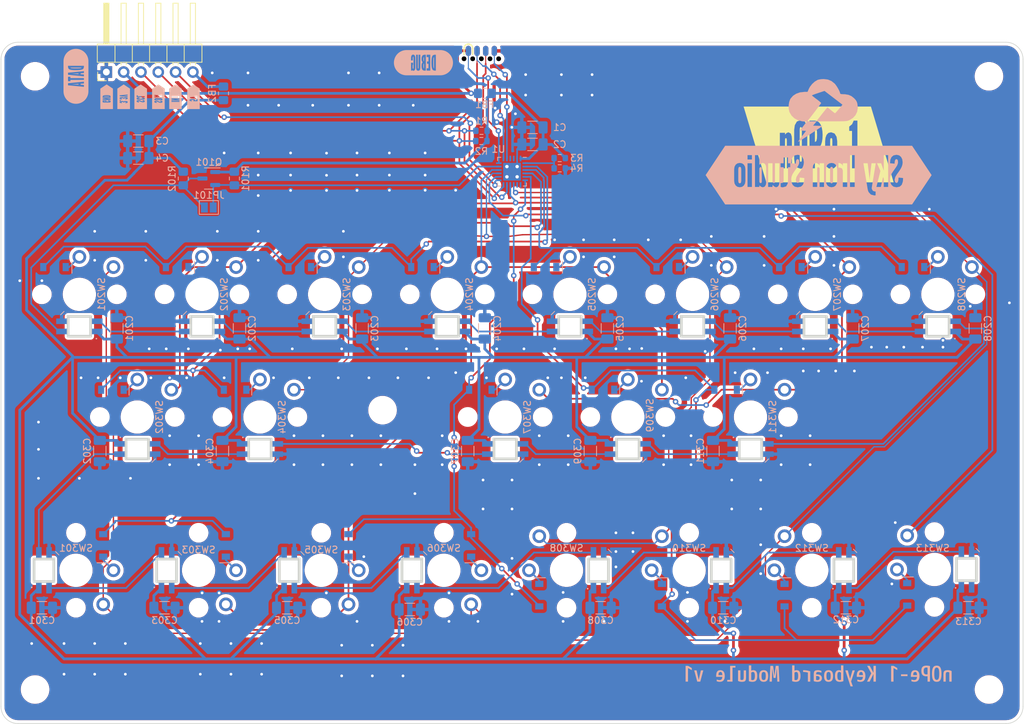
<source format=kicad_pcb>
(kicad_pcb (version 20211014) (generator pcbnew)
  (layers (0 "F.Cu" signal) (31 "B.Cu" signal) (34 "B.Paste" user) (35 "F.Paste" user) (36 "B.SilkS" user "B.Silkscreen") (37 "F.SilkS" user "F.Silkscreen") (38 "B.Mask" user) (39 "F.Mask" user) (44 "Edge.Cuts" user))
  (net 0 "")
  (net 1 "+3.3V")
  (net 2 "GND")
  (net 3 "LED_DATA_3V3")
  (net 4 "3.3V_UNF")
  (net 5 "5V_UNF")
  (net 6 "I2C_SCL")
  (net 7 "I2C_SDA")
  (net 8 "INT")
  (net 9 "NRST")
  (net 10 "SWCLK")
  (net 12 "SWDIO")
  (net 13 "ADDR_SET")
  (net 14 "LED_DATA")
  (net 15 "ROW_A")
  (net 16 "COL_M")
  (net 17 "COL_N")
  (net 18 "COL_O")
  (net 19 "COL_P")
  (net 20 "ROW_B")
  (net 21 "ROW_C")
  (net 22 "ROW_D")
  (net 23 "ROW_E")
  (net 24 "Net-(SW201-Pad2)")
  (net 25 "Net-(SW202-Pad2)")
  (net 26 "Net-(SW203-Pad2)")
  (net 27 "Net-(SW204-Pad2)")
  (net 28 "Net-(SW205-Pad2)")
  (net 29 "Net-(SW206-Pad2)")
  (net 30 "Net-(SW207-Pad2)")
  (net 31 "/Multifunction Switches/LED_DATA_OUT")
  (net 32 "Net-(SW301-Pad2)")
  (net 33 "Net-(SW301-Pad4)")
  (net 34 "Net-(SW305-Pad2)")
  (net 35 "Net-(SW308-Pad2)")
  (net 36 "Net-(SW310-Pad2)")
  (net 37 "Net-(SW302-Pad4)")
  (net 38 "/Octave Switches/LED_DATA_OUT")
  (net 43 "Net-(SW303-Pad2)")
  (net 44 "Net-(SW304-Pad4)")
  (net 45 "Net-(SW307-Pad4)")
  (net 46 "Net-(SW306-Pad2)")
  (net 47 "Net-(SW309-Pad4)")
  (net 48 "Net-(SW312-Pad2)")
  (net 49 "COL_Q")
  (net 50 "+5V")
  (footprint "MountingHole:MountingHole_3.2mm_M3_DIN965" (layer "F.Cu") (at 75 155)
    (fp_text reference "H104" hide)
    (fp_text value "MountingHole")
  )
  (footprint "BVH_Logos:SkyIron_logo_Back" (layer "F.Cu") (at 190 70)
    (fp_text reference "LOGO101" hide)
    (fp_text value "SkyIronLogo-Back" hide)
  )
  (footprint "MountingHole:MountingHole_3.2mm_M3_DIN965" (layer "F.Cu") (at 75 65)
    (fp_text reference "H103" hide)
    (fp_text value "MountingHole")
  )
  (footprint "BVH_Switches:Keyswitch_Choc_w_SK6812Mini-E_Back_SOD-103_Diode_LtoR" (layer "F.Cu") (at 99.5 97)
    (fp_text reference "SW202")
    (fp_text value "Keyswitch-SK6812Mini-E")
    (fp_rect (start -1.65 3.25) (end 1.65 6.15) (layer "Edge.Cuts") (width 0.4) (fill none))
  )
  (footprint "BVH_Switches:Keyswitch_Choc_w_SK6812Mini-E_Back_SOD-103_Diode_LtoR" (layer "F.Cu") (at 207.5 97)
    (fp_text reference "SW208")
    (fp_text value "Keyswitch-SK6812Mini-E")
    (fp_rect (start -1.65 3.25) (end 1.65 6.15) (layer "Edge.Cuts") (width 0.4) (fill none))
  )
  (footprint "MountingHole:MountingHole_3.2mm_M3_DIN965" (layer "F.Cu") (at 126 114)
    (fp_text reference "H105" hide)
    (fp_text value "MountingHole")
  )
  (footprint "BVH_Switches:Keyswitch_Choc_w_SK6812Mini-E_Back_SOD-103_Diode_LtoR" (layer "F.Cu") (at 81.5 97)
    (fp_text reference "SW201")
    (fp_text value "Keyswitch-SK6812Mini-E")
    (fp_rect (start -1.65 3.25) (end 1.65 6.15) (layer "Edge.Cuts") (width 0.4) (fill none))
  )
  (footprint "BVH_Switches:Keyswitch_Choc_SK6812_Diode_Vert_L" (layer "F.Cu") (at 81 137.5)
    (fp_text reference "SW301")
    (fp_text value "Keyswitch-SK6812Mini-E")
    (fp_rect (start -3.25 -1.65) (end -6.15 1.65) (layer "Edge.Cuts") (width 0.4) (fill none))
  )
  (footprint "BVH_Switches:Keyswitch_Choc_w_SK6812Mini-E_Back_SOD-103_Diode_RtoL" (layer "F.Cu") (at 144 115)
    (fp_text reference "SW307")
    (fp_text value "Keyswitch-SK6812Mini-E")
    (fp_rect (start -1.65 3.25) (end 1.65 6.15) (layer "Edge.Cuts") (width 0.4) (fill none))
  )
  (footprint "BVH_Switches:Keyswitch_Choc_SK6812_Diode_Vert_R" (layer "F.Cu") (at 153 137.5)
    (fp_text reference "SW308")
    (fp_text value "Keyswitch-SK6812Mini-E")
    (fp_rect (start 3.25 1.65) (end 6.15 -1.65) (layer "Edge.Cuts") (width 0.4) (fill none))
  )
  (footprint "BVH_Switches:Keyswitch_Choc_SK6812_Diode_Vert_L" (layer "F.Cu") (at 99 137.5)
    (fp_text reference "SW303")
    (fp_text value "Keyswitch-SK6812Mini-E")
    (fp_rect (start -3.25 -1.65) (end -6.15 1.65) (layer "Edge.Cuts") (width 0.4) (fill none))
  )
  (footprint "Connector_PinHeader_2.54mm:PinHeader_1x06_P2.54mm_Horizontal" (layer "F.Cu") (at 85.46 64.375 90)
    (fp_text reference "J10" hide)
    (fp_text value "Data")
  )
  (footprint "BVH_Switches:Keyswitch_Choc_SK6812_Diode_Vert_R" (layer "F.Cu") (at 189 137.5)
    (fp_text reference "SW312")
    (fp_text value "Keyswitch-SK6812Mini-E")
    (fp_rect (start 3.25 1.65) (end 6.15 -1.65) (layer "Edge.Cuts") (width 0.4) (fill none))
  )
  (footprint "BVH_Switches:Keyswitch_Choc_w_SK6812Mini-E_Back_SOD-103_Diode_RtoL" (layer "F.Cu") (at 108 115)
    (fp_text reference "SW304")
    (fp_text value "Keyswitch-SK6812Mini-E")
    (fp_rect (start -1.65 3.25) (end 1.65 6.15) (layer "Edge.Cuts") (width 0.4) (fill none))
  )
  (footprint "BVH_Switches:Keyswitch_Choc_w_SK6812Mini-E_Back_SOD-103_Diode_RtoL" (layer "F.Cu") (at 162 115)
    (fp_text reference "SW309")
    (fp_text value "Keyswitch-SK6812Mini-E")
    (fp_rect (start -1.65 3.25) (end 1.65 6.15) (layer "Edge.Cuts") (width 0.4) (fill none))
  )
  (footprint "BVH_Switches:Keyswitch_Choc_w_SK6812Mini-E_Back_SOD-103_Diode_RtoL" (layer "F.Cu") (at 90 115)
    (fp_text reference "SW302")
    (fp_text value "Keyswitch-SK6812Mini-E")
    (fp_rect (start -1.65 3.25) (end 1.65 6.15) (layer "Edge.Cuts") (width 0.4) (fill none))
  )
  (footprint "BVH_Switches:Keyswitch_Choc_w_SK6812Mini-E_Back_SOD-103_Diode_LtoR" (layer "F.Cu") (at 117.5 97)
    (fp_text reference "SW203")
    (fp_text value "Keyswitch-SK6812Mini-E")
    (fp_rect (start -1.65 3.25) (end 1.65 6.15) (layer "Edge.Cuts") (width 0.4) (fill none))
  )
  (footprint "MountingHole:MountingHole_3.2mm_M3_DIN965" (layer "F.Cu") (at 215 65)
    (fp_text reference "H102" hide)
    (fp_text value "MountingHole")
  )
  (footprint "BVH_SOICbite:SOICbite_renumbered" (layer "F.Cu") (at 140.5 60.1395 180)
    (fp_text reference "J11" hide)
    (fp_text value "Debug")
  )
  (footprint "kibuzzard-6388C06F" (layer "F.Cu") (at 190 75)
    (fp_text reference "kibuzzard-6388C06F" hide)
    (fp_text value "G***" hide)
  )
  (footprint "BVH_Switches:Keyswitch_Choc_SK6812_Diode_Vert_R" (layer "F.Cu") (at 171 137.5)
    (fp_text reference "SW310")
    (fp_text value "Keyswitch-SK6812Mini-E")
    (fp_rect (start 3.25 1.65) (end 6.15 -1.65) (layer "Edge.Cuts") (width 0.4) (fill none))
  )
  (footprint "BVH_Switches:Keyswitch_Choc_SK6812_Diode_Vert_L" (layer "F.Cu") (at 135 137.5)
    (fp_text reference "SW306")
    (fp_text value "Keyswitch-SK6812Mini-E")
    (fp_rect (start -3.25 -1.65) (end -6.15 1.65) (layer "Edge.Cuts") (width 0.4) (fill none))
  )
  (footprint "BVH_Switches:Keyswitch_Choc_SK6812_Diode_Vert_R" (layer "F.Cu") (at 207 137.385)
    (fp_text reference "SW313")
    (fp_text value "Keyswitch-SK6812Mini-E")
    (fp_rect (start 3.25 1.65) (end 6.15 -1.65) (layer "Edge.Cuts") (width 0.4) (fill none))
  )
  (footprint "MountingHole:MountingHole_3.2mm_M3_DIN965" (layer "F.Cu") (at 215 155)
    (fp_text reference "H101" hide)
    (fp_text value "MountingHole")
  )
  (footprint "BVH_Switches:Keyswitch_Choc_w_SK6812Mini-E_Back_SOD-103_Diode_LtoR" (layer "F.Cu") (at 153.5 97)
    (fp_text reference "SW205")
    (fp_text value "Keyswitch-SK6812Mini-E")
    (fp_rect (start -1.65 3.25) (end 1.65 6.15) (layer "Edge.Cuts") (width 0.4) (fill none))
  )
  (footprint "BVH_Switches:Keyswitch_Choc_w_SK6812Mini-E_Back_SOD-103_Diode_RtoL" (layer "F.Cu") (at 180 115)
    (fp_text reference "SW311")
    (fp_text value "Keyswitch-SK6812Mini-E")
    (fp_rect (start -1.65 3.25) (end 1.65 6.15) (layer "Edge.Cuts") (width 0.4) (fill none))
  )
  (footprint "BVH_Switches:Keyswitch_Choc_w_SK6812Mini-E_Back_SOD-103_Diode_LtoR" (layer "F.Cu") (at 135.5 97)
    (fp_text reference "SW204")
    (fp_text value "Keyswitch-SK6812Mini-E")
    (fp_rect (start -1.65 3.25) (end 1.65 6.15) (layer "Edge.Cuts") (width 0.4) (fill none))
  )
  (footprint "BVH_Switches:Keyswitch_Choc_w_SK6812Mini-E_Back_SOD-103_Diode_LtoR" (layer "F.Cu") (at 171.5 97)
    (fp_text reference "SW206")
    (fp_text value "Keyswitch-SK6812Mini-E")
    (fp_rect (start -1.65 3.25) (end 1.65 6.15) (layer "Edge.Cuts") (width 0.4) (fill none))
  )
  (footprint "BVH_Switches:Keyswitch_Choc_SK6812_Diode_Vert_L" (layer "F.Cu") (at 117 137.5)
    (fp_text reference "SW305")
    (fp_text value "Keyswitch-SK6812Mini-E")
    (fp_rect (start -3.25 -1.65) (end -6.15 1.65) (layer "Edge.Cuts") (width 0.4) (fill none))
  )
  (footprint "BVH_Switches:Keyswitch_Choc_w_SK6812Mini-E_Back_SOD-103_Diode_LtoR" (layer "F.Cu") (at 189.5 97)
    (fp_text reference "SW207")
    (fp_text value "Keyswitch-SK6812Mini-E")
    (fp_rect (start -1.65 3.25) (end 1.65 6.15) (layer "Edge.Cuts") (width 0.4) (fill none))
  )
  (footprint "Capacitor_SMD:C_1206_3216Metric_Pad1.33x1.80mm_HandSolder" (layer "B.Cu") (at 105 102 90)
    (fp_text reference "C202")
    (fp_text value "0.1u")
  )
  (footprint "Capacitor_SMD:C_1206_3216Metric_Pad1.33x1.80mm_HandSolder" (layer "B.Cu") (at 174.5 120 -90)
    (fp_text reference "C311")
    (fp_text value "0.1u")
  )
  (footprint "Capacitor_SMD:C_1206_3216Metric_Pad1.33x1.80mm_HandSolder" (layer "B.Cu") (at 156.5 120 -90)
    (fp_text reference "C309")
    (fp_text value "0.1u")
  )
  (footprint "Capacitor_SMD:C_1206_3216Metric_Pad1.33x1.80mm_HandSolder" (layer "B.Cu") (at 130 143.25)
    (fp_text reference "C306")
    (fp_text value "0.1u")
  )
  (footprint "Capacitor_SMD:C_1206_3216Metric_Pad1.33x1.80mm_HandSolder" (layer "B.Cu") (at 87 102 90)
    (fp_text reference "C201")
    (fp_text value "0.1u")
  )
  (footprint "kibuzzard-6388C4FD" (layer "B.Cu") (at 88 68 90)
    (fp_text reference "kibuzzard-6388C4FD" hide)
    (fp_text value "G***" hide)
  )
  (footprint "Resistor_SMD:R_0805_2012Metric_Pad1.20x1.40mm_HandSolder" (layer "B.Cu") (at 104.25 80 90)
    (fp_text reference "R101")
    (fp_text value "10k")
  )
  (footprint "Capacitor_SMD:C_1206_3216Metric_Pad1.33x1.80mm_HandSolder" (layer "B.Cu") (at 90.15 77 180)
    (fp_text reference "C4")
    (fp_text value "0.1u")
  )
  (footprint "Capacitor_SMD:C_1206_3216Metric_Pad1.33x1.80mm_HandSolder" (layer "B.Cu") (at 176 143)
    (fp_text reference "C310")
    (fp_text value "0.1u")
  )
  (footprint "Resistor_SMD:R_0603_1608Metric" (layer "B.Cu") (at 140.5 74.5 180)
    (fp_text reference "R2")
    (fp_text value "2k2")
  )
  (footprint "Capacitor_SMD:C_1206_3216Metric_Pad1.33x1.80mm_HandSolder" (layer "B.Cu") (at 148 75 180)
    (fp_text reference "C2")
    (fp_text value "0.1u")
  )
  (footprint "kibuzzard-6388D403" (layer "B.Cu") (at 190 153 180)
    (fp_text reference "kibuzzard-6388D403" hide)
    (fp_text value "G***" hide)
  )
  (footprint "Capacitor_SMD:C_1206_3216Metric_Pad1.33x1.80mm_HandSolder" (layer "B.Cu") (at 138.5 120 -90)
    (fp_text reference "C307")
    (fp_text value "0.1u")
  )
  (footprint "kibuzzard-6388C51A" (layer "B.Cu") (at 85.5 68 90)
    (fp_text reference "kibuzzard-6388C51A" hide)
    (fp_text value "G***" hide)
  )
  (footprint "Resistor_SMD:R_0805_2012Metric_Pad1.20x1.40mm_HandSolder" (layer "B.Cu") (at 141 67.5)
    (fp_text reference "FB1")
    (fp_text value "100R @ 100 MHz")
  )
  (footprint "Capacitor_SMD:C_1206_3216Metric_Pad1.33x1.80mm_HandSolder" (layer "B.Cu") (at 123 102 90)
    (fp_text reference "C203")
    (fp_text value "0.1u")
  )
  (footprint "Capacitor_SMD:C_1206_3216Metric_Pad1.33x1.80mm_HandSolder" (layer "B.Cu") (at 141 102 90)
    (fp_text reference "C204")
    (fp_text value "0.1u")
  )
  (footprint "Package_TO_SOT_SMD:SOT-23" (layer "B.Cu") (at 100.5 80 180)
    (fp_text reference "Q101")
    (fp_text value "2N7002")
  )
  (footprint "kibuzzard-6388C567" (layer "B.Cu") (at 95.6 68 90)
    (fp_text reference "kibuzzard-6388C567" hide)
    (fp_text value "G***" hide)
  )
  (footprint "kibuzzard-6388C552" (layer "B.Cu") (at 93.1 68 90)
    (fp_text reference "kibuzzard-6388C552" hide)
    (fp_text value "G***" hide)
  )
  (footprint "Capacitor_SMD:C_1206_3216Metric_Pad1.33x1.80mm_HandSolder" (layer "B.Cu") (at 112 143)
    (fp_text reference "C305")
    (fp_text value "0.1u")
  )
  (footprint "Capacitor_SMD:C_1206_3216Metric_Pad1.33x1.80mm_HandSolder" (layer "B.Cu") (at 159 102 90)
    (fp_text reference "C205")
    (fp_text value "0.1u")
  )
  (footprint "Capacitor_SMD:C_1206_3216Metric_Pad1.33x1.80mm_HandSolder" (layer "B.Cu") (at 148 72.5 180)
    (fp_text reference "C1")
    (fp_text value "10u")
  )
  (footprint "Capacitor_SMD:C_1206_3216Metric_Pad1.33x1.80mm_HandSolder" (layer "B.Cu") (at 158 143)
    (fp_text reference "C308")
    (fp_text value "0.1u")
  )
  (footprint "Capacitor_SMD:C_1206_3216Metric_Pad1.33x1.80mm_HandSolder" (layer "B.Cu") (at 102.5 120 -90)
    (fp_text reference "C304")
    (fp_text value "0.1u")
  )
  (footprint "kibuzzard-6388C535" (layer "B.Cu") (at 90.5 68 90)
    (fp_text reference "kibuzzard-6388C535" hide)
    (fp_text value "G***" hide)
  )
  (footprint "Package_DFN_QFN:QFN-24-1EP_4x4mm_P0.5mm_EP2.6x2.6mm" (layer "B.Cu") (at 145 79 180)
    (fp_text reference "U1")
    (fp_text value "ATSAMD10D13A-M")
  )
  (footprint "kibuzzard-6388C579" (layer "B.Cu") (at 98.25 68 90)
    (fp_text reference "kibuzzard-6388C579" hide)
    (fp_text value "G***" hide)
  )
  (footprint "Resistor_SMD:R_0603_1608Metric" (layer "B.Cu") (at 152 77 180)
    (fp_text reference "R3")
    (fp_text value "?")
  )
  (footprint "Jumper:SolderJumper-2_P1.3mm_Open_Pad1.0x1.5mm" (layer "B.Cu") (at 100.5 84.25 180)
    (fp_text reference "JP101")
    (fp_text value "Jumper_2_Open")
  )
  (footprint "Capacitor_SMD:C_1206_3216Metric_Pad1.33x1.80mm_HandSolder" (layer "B.Cu") (at 84.5 120 -90)
    (fp_text reference "C302")
    (fp_text value "0.1u")
  )
  (footprint "Resistor_SMD:R_0603_1608Metric" (layer "B.Cu") (at 140.52 73 180)
    (fp_text reference "R1")
    (fp_text value "2k2")
  )
  (footprint "Capacitor_SMD:C_1206_3216Metric_Pad1.33x1.80mm_HandSolder" (layer "B.Cu") (at 94 143)
    (fp_text reference "C303")
    (fp_text value "0.1u")
  )
  (footprint "kibuzzard-6388C408" (layer "B.Cu") (at 190 79.5 180)
    (fp_text reference "kibuzzard-6388C408" hide)
    (fp_text value "G***" hide)
  )
  (footprint "Capacitor_SMD:C_1206_3216Metric_Pad1.33x1.80mm_HandSolder" (layer "B.Cu") (at 90.15 74.5 180)
    (fp_text reference "C3")
    (fp_text value "10u")
  )
  (footprint "Capacitor_SMD:C_1206_3216Metric_Pad1.33x1.80mm_HandSolder" (layer "B.Cu") (at 177 102 90)
    (fp_text reference "C206")
    (fp_text value "0.1u")
  )
  (footprint "kibuzzard-6388C61B" (layer "B.Cu") (at 81 65 -90)
    (fp_text reference "kibuzzard-6388C61B" hide)
    (fp_text value "G***" hide)
  )
  (footprint "kibuzzard-6388C475" (layer "B.Cu") (at 132 63 180)
    (fp_text reference "kibuzzard-6388C475" hide)
    (fp_text value "G***" hide)
  )
  (footprint "Resistor_SMD:R_0805_2012Metric_Pad1.20x1.40mm_HandSolder" (layer "B.Cu") (at 96.75 80 -90)
    (fp_text reference "R102")
    (fp_text value "10k")
  )
  (footprint "Resistor_SMD:R_0603_1608Metric" (layer "B.Cu") (at 152 78.5)
    (fp_text reference "R4")
    (fp_text value "?")
  )
  (footprint "Capacitor_SMD:C_1206_3216Metric_Pad1.33x1.80mm_HandSolder" (layer "B.Cu") (at 194 143)
    (fp_text reference "C312")
    (fp_text value "0.1u")
  )
  (footprint "Capacitor_SMD:C_1206_3216Metric_Pad1.33x1.80mm_HandSolder" (layer "B.Cu") (at 213 102 90)
    (fp_text reference "C208")
    (fp_text value "0.1u")
  )
  (footprint "Capacitor_SMD:C_1206_3216Metric_Pad1.33x1.80mm_HandSolder" (layer "B.Cu") (at 76 143)
    (fp_text reference "C301")
    (fp_text value "0.1u")
  )
  (footprint "Resistor_SMD:R_0805_2012Metric_Pad1.20x1.40mm_HandSolder" (layer "B.Cu") (at 102.65 67.5 -90)
    (fp_text reference "FB2")
    (fp_text value "100R @ 100 MHz")
  )
  (footprint "Capacitor_SMD:C_1206_3216Metric_Pad1.33x1.80mm_HandSolder" (layer "B.Cu") (at 195 102 90)
    (fp_text reference "C207")
    (fp_text value "0.1u")
  )
  (footprint "Capacitor_SMD:C_1206_3216Metric_Pad1.33x1.80mm_HandSolder" (layer "B.Cu") (at 212 143)
    (fp_text reference "C313")
    (fp_text value "0.1u")
  )
  (gr_line (start 72.5 160) (end 217.5 160) (layer "Edge.Cuts") (width 0.1))
  (gr_line (start 217.5 60) (end 72.5 60) (layer "Edge.Cuts") (width 0.1))
  (gr_arc (start 72.5 160) (mid 70.732233 159.267767) (end 70 157.5) (layer "Edge.Cuts") (width 0.1))
  (gr_arc (start 220 157.5) (mid 219.267767 159.267767) (end 217.5 160) (layer "Edge.Cuts") (width 0.1))
  (gr_arc (start 70 62.5) (mid 70.732233 60.732233) (end 72.5 60) (layer "Edge.Cuts") (width 0.1))
  (gr_line (start 70 62.5) (end 70 157.5) (layer "Edge.Cuts") (width 0.1))
  (gr_line (start 220 157.5) (end 220 62.5) (layer "Edge.Cuts") (width 0.1))
  (gr_arc (start 217.5 60) (mid 219.267767 60.732233) (end 220 62.5) (layer "Edge.Cuts") (width 0.1))
  (segment (start 203 138.885) (end 201.5 137.385) (width 0.25) (layer "B.Cu") (net 0))
  (segment (start 160.5 111) (end 162 109.5) (width 0.25) (layer "B.Cu") (net 0))
  (segment (start 103 136) (end 104.5 137.5) (width 0.25) (layer "B.Cu") (net 0))
  (segment (start 139 136) (end 140.5 137.5) (width 0.25) (layer "B.Cu") (net 0))
  (segment (start 170 93) (end 171.5 91.5) (width 0.25) (layer "B.Cu") (net 0))
  (segment (start 79.5 93) (end 80 93) (width 0.25) (layer "B.Cu") (net 0))
  (segment (start 106.5 111) (end 108 109.5) (width 0.25) (layer "B.Cu") (net 0))
  (segment (start 134 93) (end 135.5 91.5) (width 0.25) (layer "B.Cu") (net 0))
  (segment (start 205.5 93) (end 206 93) (width 0.25) (layer "B.Cu") (net 0))
  (segment (start 85 135.5) (end 85 136) (width 0.25) (layer "B.Cu") (net 0))
  (segment (start 142 111) (end 142.5 111) (width 0.25) (layer "B.Cu") (net 0))
  (segment (start 185 139) (end 185 139.5) (width 0.25) (layer "B.Cu") (net 0))
  (segment (start 203 139.385) (end 203 138.885) (width 0.25) (layer "B.Cu") (net 0))
  (segment (start 85 136) (end 86.5 137.5) (width 0.25) (layer "B.Cu") (net 0))
  (segment (start 98 93) (end 99.5 91.5) (width 0.25) (layer "B.Cu") (net 0))
  (segment (start 97.5 93) (end 98 93) (width 0.25) (layer "B.Cu") (net 0))
  (segment (start 88.5 111) (end 90 109.5) (width 0.25) (layer "B.Cu") (net 0))
  (segment (start 187.5 93) (end 188 93) (width 0.25) (layer "B.Cu") (net 0))
  (segment (start 206 93) (end 207.5 91.5) (width 0.25) (layer "B.Cu") (net 0))
  (segment (start 183.5 137.5) (end 185 139) (width 0.25) (layer "B.Cu") (net 0))
  (segment (start 178 111) (end 178.5 111) (width 0.25) (layer "B.Cu") (net 0))
  (segment (start 169.5 93) (end 170 93) (width 0.25) (layer "B.Cu") (net 0))
  (segment (start 116 93) (end 117.5 91.5) (width 0.25) (layer "B.Cu") (net 0))
  (segment (start 160 111) (end 160.5 111) (width 0.25) (layer "B.Cu") (net 0))
  (segment (start 80 93) (end 81.5 91.5) (width 0.25) (layer "B.Cu") (net 0))
  (segment (start 167 139) (end 167 139.5) (width 0.25) (layer "B.Cu") (net 0))
  (segment (start 133.5 93) (end 134 93) (width 0.25) (layer "B.Cu") (net 0))
  (segment (start 151.5 93) (end 152 93) (width 0.25) (layer "B.Cu") (net 0))
  (segment (start 139 135.5) (end 139 136) (width 0.25) (layer "B.Cu") (net 0))
  (segment (start 115.5 93) (end 116 93) (width 0.25) (layer "B.Cu") (net 0))
  (segment (start 152 93) (end 153.5 91.5) (width 0.25) (layer "B.Cu") (net 0))
  (segment (start 165.5 137.5) (end 167 139) (width 0.25) (layer "B.Cu") (net 0))
  (segment (start 121 136) (end 122.5 137.5) (width 0.25) (layer "B.Cu") (net 0))
  (segment (start 121 135.5) (end 121 136) (width 0.25) (layer "B.Cu") (net 0))
  (segment (start 142.5 111) (end 144 109.5) (width 0.25) (layer "B.Cu") (net 0))
  (segment (start 149 139) (end 149 139.5) (width 0.25) (layer "B.Cu") (net 0))
  (segment (start 88 111) (end 88.5 111) (width 0.25) (layer "B.Cu") (net 0))
  (segment (start 147.5 137.5) (end 149 139) (width 0.25) (layer "B.Cu") (net 0))
  (segment (start 188 93) (end 189.5 91.5) (width 0.25) (layer "B.Cu") (net 0))
  (segment (start 106 111) (end 106.5 111) (width 0.25) (layer "B.Cu") (net 0))
  (segment (start 103 135.5) (end 103 136) (width 0.25) (layer "B.Cu") (net 0))
  (segment (start 178.5 111) (end 180 109.5) (width 0.25) (layer "B.Cu") (net 0))
  (segment (start 144.5625 67.5) (end 149.5625 72.5) (width 0.4) (layer "B.Cu") (net 1))
  (segment (start 152.825 77) (end 150.825 75) (width 0.4) (layer "B.Cu") (net 1))
  (segment (start 101.4375 79.05) (end 104.2 79.05) (width 0.4) (layer "B.Cu") (net 1))
  (segment (start 104.2 79.05) (end 104.25 79) (width 0.4) (layer "B.Cu") (net 1))
  (segment (start 104.25 79) (end 105.524501 77.725499) (width 0.4) (layer "B.Cu") (net 1))
  (segment (start 138.099501 77.725499) (end 141.325 74.5) (width 0.4) (layer "B.Cu") (net 1))
  (segment (start 142 67.5) (end 144.5625 67.5) (width 0.4) (layer "B.Cu") (net 1))
  (segment (start 149.5625 75) (end 147.5 77.0625) (width 0.4) (layer "B.Cu") (net 1))
  (segment (start 105.524501 77.725499) (end 138.099501 77.725499) (width 0.4) (layer "B.Cu") (net 1))
  (segment (start 141.345 73) (end 141.345 68.155) (width 0.4) (layer "B.Cu") (net 1))
  (segment (start 150.825 75) (end 149.5625 75) (width 0.4) (layer "B.Cu") (net 1))
  (segment (start 141.345 73) (end 141.345 74.48) (width 0.4) (layer "B.Cu") (net 1))
  (segment (start 149.5625 72.5) (end 149.5625 75) (width 0.4) (layer "B.Cu") (net 1))
  (segment (start 141.345 68.155) (end 142 67.5) (width 0.4) (layer "B.Cu") (net 1))
  (segment (start 147.5 77.0625) (end 146.2745 77.0625) (width 0.4) (layer "B.Cu") (net 1))
  (via (at 121 69.25) (size 0.8) (drill 0.4) (layers "F.Cu" "B.Cu") (net 2))
  (via (at 117.775525 79.5255) (size 0.8) (drill 0.4) (layers "F.Cu" "B.Cu") (net 2))
  (via (at 101 64.5) (size 0.8) (drill 0.4) (layers "F.Cu" "B.Cu") (net 2))
  (via (at 177.75 108.5) (size 0.8) (drill 0.4) (layers "F.Cu" "B.Cu") (net 2))
  (via (at 155.5 89) (size 0.8) (drill 0.4) (layers "F.Cu" "B.Cu") (net 2))
  (via (at 83.75 148.25) (size 0.8) (drill 0.4) (layers "F.Cu" "B.Cu") (net 2))
  (via (at 134.75 117.75) (size 0.8) (drill 0.4) (layers "F.Cu" "B.Cu") (net 2))
  (via (at 187.75 105) (size 0.8) (drill 0.4) (layers "F.Cu" "B.Cu") (net 2))
  (via (at 181.5 124.25) (size 0.8) (drill 0.4) (layers "F.Cu" "B.Cu") (net 2))
  (via (at 88.25 148.25) (size 0.8) (drill 0.4) (layers "F.Cu" "B.Cu") (net 2))
  (via (at 123.25 135.5) (size 0.8) (drill 0.4) (layers "F.Cu" "B.Cu") (net 2))
  (via (at 167.25 117.75) (size 0.8) (drill 0.4) (layers "F.Cu" "B.Cu") (net 2))
  (via (at 184.5 122) (size 0.8) (drill 0.4) (layers "F.Cu" "B.Cu") (net 2))
  (via (at 132.25 76.25) (size 0.8) (drill 0.4) (layers "F.Cu" "B.Cu") (net 2))
  (via (at 81.75 109.25) (size 0.8) (drill 0.4) (layers "F.Cu" "B.Cu") (net 2))
  (via (at 75.5 115.75) (size 0.8) (drill 0.4) (layers "F.Cu" "B.Cu") (net 2))
  (via (at 142.75 105) (size 0.8) (drill 0.4) (layers "F.Cu" "B.Cu") (net 2))
  (via (at 99.512299 140.8245) (size 0.8) (drill 0.4) (layers "F.Cu" "B.Cu") (net 2))
  (via (at 91.25 92) (size 0.8) (drill 0.4) (layers "F.Cu" "B.Cu") (net 2))
  (via (at 107.75 87.75) (size 0.8) (drill 0.4) (layers "F.Cu" "B.Cu") (net 2))
  (via (at 130.75 122) (size 0.8) (drill 0.4) (layers "F.Cu" "B.Cu") (net 2))
  (via (at 127 76.25) (size 0.8) (drill 0.4) (layers "F.Cu" "B.Cu") (net 2))
  (via (at 145.75 79.75) (size 0.7) (drill 0.5) (layers "F.Cu" "B.Cu") (net 2))
  (via (at 119.5 109.25) (size 0.8) (drill 0.4) (layers "F.Cu" "B.Cu") (net 2))
  (via (at 128.25 109.25) (size 0.8) (drill 0.4) (layers "F.Cu" "B.Cu") (net 2))
  (via (at 188.75 122) (size 0.8) (drill 0.4) (layers "F.Cu" "B.Cu") (net 2))
  (via (at 144.25 78.25) (size 0.7) (drill 0.5) (layers "F.Cu" "B.Cu") (net 2))
  (via (at 144.25 79.75) (size 0.7) (drill 0.5) (layers "F.Cu" "B.Cu") (net 2))
  (via (at 149 117.75) (size 0.8) (drill 0.4) (layers "F.Cu" "B.Cu") (net 2))
  (via (at 88.25 152.75) (size 0.8) (drill 0.4) (layers "F.Cu" "B.Cu") (net 2))
  (via (at 171.2755 117.75) (size 0.8) (drill 0.4) (layers "F.Cu" "B.Cu") (net 2))
  (via (at 158.5 145) (size 0.8) (drill 0.4) (layers "F.Cu" "B.Cu") (net 2))
  (via (at 127 81.7245) (size 0.8) (drill 0.4) (layers "F.Cu" "B.Cu") (net 2))
  (via (at 130.5 69.25) (size 0.8) (drill 0.4) (layers "F.Cu" "B.Cu") (net 2))
  (via (at 120 105) (size 0.8) (drill 0.4) (layers "F.Cu" "B.Cu") (net 2))
  (via (at 110 109.25) (size 0.8) (drill 0.4) (layers "F.Cu" "B.Cu") (net 2))
  (via (at 87.5 109.25) (size 0.8) (drill 0.4) (layers "F.Cu" "B.Cu") (net 2))
  (via (at 107.75 79.5) (size 0.8) (drill 0.4) (layers "F.Cu" "B.Cu") (net 2))
  (via (at 187.75 108.25) (size 0.8) (drill 0.4) (layers "F.Cu" "B.Cu") (net 2))
  (via (at 108.25 152.75) (size 0.8) (drill 0.4) (layers "F.Cu" "B.Cu") (net 2))
  (via (at 173.350501 105.378043) (size 0.8) (drill 0.4) (layers "F.Cu" "B.Cu") (net 2))
  (via (at 132.25 81.7245) (size 0.8) (drill 0.4) (layers "F.Cu" "B.Cu") (net 2))
  (via (at 125.25 105) (size 0.8) (drill 0.4) (layers "F.Cu" "B.Cu") (net 2))
  (via (at 106.5 105) (size 0.8) (drill 0.4) (layers "F.Cu" "B.Cu") (net 2))
  (via (at 218 98.25) (size 0.8) (drill 0.4) (layers "F.Cu" "B.Cu") (net 2))
  (via (at 190 108.25) (size 0.8) (drill 0.4) (layers "F.Cu" "B.Cu") (net 2))
  (via (at 129 153) (size 0.8) (drill 0.4) (layers "F.Cu" "B.Cu") (net 2))
  (via (at 121 64.5) (size 0.8) (drill 0.4) (layers "F.Cu" "B.Cu") (net 2))
  (via (at 182.5 108.5) (size 0.8) (drill 0.4) (layers "F.Cu" "B.Cu") (net 2))
  (via (at 101.75 87.75) (size 0.8) (drill 0.4) (layers "F.Cu" "B.Cu") (net 2))
  (via (at 197.75 104.75) (size 0.8) (drill 0.4) (layers "F.Cu" "B.Cu") (net 2))
  (via (at 142.5255 69.66766) (size 0.8) (drill 0.4) (layers "F.Cu" "B.Cu") (net 2))
  (via (at 81.5 124) (size 0.8) (drill 0.4) (layers "F.Cu" "B.Cu") (net 2))
  (via (at 147 64.75) (size 0.8) (drill 0.4) (layers "F.Cu" "B.Cu") (net 2))
  (via (at 200 104.75) (size 0.8) (drill 0.4) (layers "F.Cu" "B.Cu") (net 2))
  (via (at 129 148.5) (size 0.8) (drill 0.4) (layers "F.Cu" "B.Cu") (net 2))
  (via (at 124.5 148.5) (size 0.8) (drill 0.4) (layers "F.Cu" "B.Cu") (net 2))
  (via (at 117.75 140.8245) (size 0.8) (drill 0.4) (layers "F.Cu" "B.Cu") (net 2))
  (via (at 74.5 148.25) (size 0.8) (drill 0.4) (layers "F.Cu" "B.Cu") (net 2))
  (via (at 106.25 69.25) (size 0.8) (drill 0.4) (layers "F.Cu" "B.Cu") (net 2))
  (via (at 147 67.75) (size 0.8) (drill 0.4) (layers "F.Cu" "B.Cu") (net 2))
  (via (at 182 88.5) (size 0.8) (drill 0.4) (layers "F.Cu" "B.Cu") (net 2))
  (via (at 94.75 122) (size 0.8) (drill 0.4) (layers "F.Cu" "B.Cu") (net 2))
  (via (at 167.25 122) (size 0.8) (drill 0.4) (layers "F.Cu" "B.Cu") (net 2))
  (via (at 102.75 109.25) (size 0.8) (drill 0.4) (layers "F.Cu" "B.Cu") (net 2))
  (via (at 177.25 128.5) (size 0.8) (drill 0.4) (layers "F.Cu" "B.Cu") (net 2))
  (via (at 136.724475 81.7245) (size 0.8) (drill 0.4) (layers "F.Cu" "B.Cu") (net 2))
  (via (at 76 95) (size 0.8) (drill 0.4) (layers "F.Cu" "B.Cu") (net 2))
  (via (at 152.25 109.25) (size 0.8) (drill 0.4) (layers "F.Cu" "B.Cu") (net 2))
  (via (at 169.75 89) (size 0.8) (drill 0.4) (layers "F.Cu" "B.Cu") (net 2))
  (via (at 153.25 117.75) (size 0.8) (drill 0.4) (layers "F.Cu" "B.Cu") (net 2))
  (via (at 102 145) (size 0.8) (drill 0.4) (layers "F.Cu" "B.Cu") (net 2))
  (via (at 112.5 79.5) (size 0.8) (drill 0.4) (layers "F.Cu" "B.Cu") (net 2))
  (via (at 91.75 105) (size 0.8) (drill 0.4) (layers "F.Cu" "B.Cu") (net 2))
  (via (at 135.75 145) (size 0.8) (drill 0.4) (layers "F.Cu" "B.Cu") (net 2))
  (via (at 121.5 122) (size 0.8) (drill 0.4) (layers "F.Cu" "B.Cu") (net 2))
  (via (at 156.75 67.75) (size 0.8) (drill 0.4) (layers "F.Cu" "B.Cu") (net 2))
  (via (at 115.75 69.25) (size 0.8) (drill 0.4) (layers "F.Cu" "B.Cu") (net 2))
  (via (at 208.25 104.75) (size 0.8) (drill 0.4) (layers "F.Cu" "B.Cu") (net 2))
  (via (at 160.25 105) (size 0.8) (drill 0.4) (layers "F.Cu" "B.Cu") (net 2))
  (via (at 170.75 145) (size 0.8) (drill 0.4) (layers "F.Cu" "B.Cu") (net 2))
  (via (at 120.25 87.75) (size 0.8) (drill 0.4) (layers "F.Cu" "B.Cu") (net 2))
  (via (at 153.25 122) (size 0.8) (drill 0.4) (layers "F.Cu" "B.Cu") (net 2))
  (via (at 120 148.5) (size 0.8) (drill 0.4) (layers "F.Cu" "B.Cu") (net 2))
  (via (at 125.75 122) (size 0.8) (drill 0.4) (layers "F.Cu" "B.Cu") (net 2))
  (via (at 99.5 145) (size 0.8) (drill 0.4) (layers "F.Cu" "B.Cu") (net 2))
  (via (at 142.754354 71.729756) (size 0.8) (drill 0.4) (layers "F.Cu" "B.Cu") (net 2))
  (via (at 121.5 117.75) (size 0.8) (drill 0.4) (layers "F.Cu" "B.Cu") (net 2))
  (via (at 83.75 87.75) (size 0.8) (drill 0.4) (layers "F.Cu" "B.Cu") (net 2))
  (via (at 162.25 105) (size 0.8) (drill 0.4) (layers "F.Cu" "B.Cu") (net 2))
  (via (at 140.75 128.5) (size 0.8) (drill 0.4) (layers "F.Cu" "B.Cu") (net 2))
  (via (at 102.010165 140.8245) (size 0.8) (drill 0.4) (layers "F.Cu" "B.Cu") (net 2))
  (via (at 195.25 108.25) (size 0.8) (drill 0.4) (layers "F.Cu" "B.Cu") (net 2))
  (via (at 94.75 117.75) (size 0.8) (drill 0.4) (layers "F.Cu" "B.Cu") (net 2))
  (via (at 145 141) (size 0.8) (drill 0.4) (layers "F.Cu" "B.Cu") (net 2))
  (via (at 164 109.75) (size 0.8) (drill 0.4) (layers "F.Cu" "B.Cu") (net 2))
  (via (at 145 124.25) (size 0.8) (drill 0.4) (layers "F.Cu" "B.Cu") (net 2))
  (via (at 152.25 67.75) (size 0.8) (drill 0.4) (layers "F.Cu" "B.Cu") (net 2))
  (via (at 181.5 128.5) (size 0.8) (drill 0.4) (layers "F.Cu" "B.Cu") (net 2))
  (via (at 135.75 140.8245) (size 0.8) (drill 0.4) (layers "F.Cu" "B.Cu") (net 2))
  (via (at 103.75 152.75) (size 0.8) (drill 0.4) (layers "F.Cu" "B.Cu") (net 2))
  (via (at 122.25 79.5) (size 0.8) (drill 0.4) (layers "F.Cu" "B.Cu") (net 2))
  (via (at 117.25 122) (size 0.8) (drill 0.4) (layers "F.Cu" "B.Cu") (net 2))
  (via (at 92 109.25) (size 0.8) (drill 0.4) (layers "F.Cu" "B.Cu") (net 2))
  (via (at 112.75 105) (size 0.8) (drill 0.4) (layers "F.Cu" "B.Cu") (net 2))
  (via (at 120 153) (size 0.8) (drill 0.4) (layers "F.Cu" "B.Cu") (net 2))
  (via (at 132.75 109.25) (size 0.8) (drill 0.4) (layers "F.Cu" "B.Cu") (net 2))
  (via (at 72.75 95) (size 0.8) (drill 0.4) (layers "F.Cu" "B.Cu") (net 2))
  (via (at 174.25 88.5) (size 0.8) (drill 0.4) (layers "F.Cu" "B.Cu") (net 2))
  (via (at 162.75 132) (size 0.8) (drill 0.4) (layers "F.Cu" "B.Cu") (net 2))
  (via (at 144.9745 72.482612) (size 0.8) (drill 0.4) (layers "F.Cu" "B.Cu") (net 2))
  (via (at 160 91.5) (size 0.8) (drill 0.4) (layers "F.Cu" "B.Cu") (net 2))
  (via (at 108.25 148.25) (size 0.8) (drill 0.4) (layers "F.Cu" "B.Cu") (net 2))
  (via (at 117.25 117.75) (size 0.8) (drill 0.4) (layers "F.Cu" "B.Cu") (net 2))
  (via (at 101.75 92) (size 0.8) (drill 0.4) (layers "F.Cu" "B.Cu") (net 2))
  (via (at 136.73407 108.491332) (size 0.8) (drill 0.4) (layers "F.Cu" "B.Cu") (net 2))
  (via (at 117.775525 81.75) (size 0.8) (drill 0.4) (layers "F.Cu" "B.Cu") (net 2))
  (via (at 188.75 117.75) (size 0.8) (drill 0.4) (layers "F.Cu" "B.Cu") (net 2))
  (via (at 75.5 124) (size 0.8) (drill 0.4) (layers "F.Cu" "B.Cu") (net 2))
  (via (at 117.775525 76.2755) (size 0.8) (drill 0.4) (layers "F.Cu" "B.Cu") (net 2))
  (via (at 112.5 76.25) (size 0.8) (drill 0.4) (layers "F.Cu" "B.Cu") (net 2))
  (via (at 110.75 69.25) (size 0.8) (drill 0.4) (layers "F.Cu" "B.Cu") (net 2))
  (via (at 83.75 152.75) (size 0.8) (drill 0.4) (layers "F.Cu" "B.Cu") (net 2))
  (via (at 145.5 70.5) (size 0.8) (drill 0.4) (layers "F.Cu" "B.Cu") (net 2))
  (via (at 122.25 145) (size 0.8) (drill 0.4) (layers "F.Cu" "B.Cu") (net 2))
  (via (at 94.75 109.25) (size 0.8) (drill 0.4) (layers "F.Cu" "B.Cu") (net 2))
  (via (at 89 124) (size 0.8) (drill 0.4) (layers "F.Cu" "B.Cu") (net 2))
  (via (at 165 89) (size 0.8) (drill 0.4) (layers "F.Cu" "B.Cu") (net 2))
  (via (at 97.25 109.25) (size 0.8) (drill 0.4) (layers "F.Cu" "B.Cu") (net 2))
  (via (at 125.75 117.75) (size 0.8) (drill 0.4) (layers "F.Cu" "B.Cu") (net 2))
  (via (at 192.25 84.5) (size 0.8) (drill 0.4) (layers "F.Cu" "B.Cu") (net 2))
  (via (at 177.25 124.25) (size 0.8) (drill 0.4) (layers "F.Cu" "B.Cu") (net 2))
  (via (at 160 89) (size 0.8) (drill 0.4) (layers "F.Cu" "B.Cu") (net 2))
  (via (at 115.25 109.25) (size 0.8) (drill 0.4) (layers "F.Cu" "B.Cu") (net 2))
  (via (at 107.75 82.5) (size 0.8) (drill 0.4) (layers "F.Cu" "B.Cu") (net 2))
  (via (at 164.037458 104.947746) (size 0.8) (drill 0.4) (layers "F.Cu" "B.Cu") (net 2))
  (via (at 183.75 84.5) (size 0.8) (drill 0.4) (layers "F.Cu" "B.Cu") (net 2))
  (via (at 146.75 105) (size 0.8) (drill 0.4) (layers "F.Cu" "B.Cu") (net 2))
  (via (at 84.25 109.25) (size 0.8) (drill 0.4) (layers "F.Cu" "B.Cu") (net 2))
  (via (at 104.75 105) (size 0.8) (drill 0.4) (layers "F.Cu" "B.Cu") (net 2))
  (via (at 170.75 140.75) (size 0.8) (drill 0.4) (layers "F.Cu" "B.Cu") (net 2))
  (via (at 140.75 124.25) (size 0.8) (drill 0.4) (layers "F.Cu" "B.Cu") (net 2))
  (via (at 151.25 89) (size 0.8) (drill 0.4) (layers "F.Cu" "B.Cu") (net 2))
  (via (at 182 92.75) (size 0.8) (drill 0.4) (layers "F.Cu" "B.Cu") (net 2))
  (via (at 145.75 78.25) (size 0.7) (drill 0.5) (layers "F.Cu" "B.Cu") (net 2))
  (via (at 113 117.75) (size 0.8) (drill 0.4) (layers "F.Cu" "B.Cu") (net 2))
  (via (at 174.25 92.75) (size 0.8) (drill 0.4) (layers "F.Cu" "B.Cu") (net 2))
  (via (at 140 145) (size 0.8) (drill 0.4) (layers "F.Cu" "B.Cu") (net 2))
  (via (at 125.5 69.25) (size 0.8) (drill 0.4) (layers "F.Cu" "B.Cu") (net 2))
  (via (at 127 79.5) (size 0.8) (drill 0.4) (layers "F.Cu" "B.Cu") (net 2))
  (via (at 170.5 109.25) (size 0.8) (drill 0.4) (layers "F.Cu" "B.Cu") (net 2))
  (via (at 152.25 64.75) (size 0.8) (drill 0.4) (layers "F.Cu" "B.Cu") (net 2))
  (via (at 129.5 105) (size 0.8) (drill 0.4) (layers "F.Cu" "B.Cu") (net 2))
  (via (at 208.25 103.75) (size 0.8) (drill 0.4) (layers "F.Cu" "B.Cu") (net 2))
  (via (at 205.25 104.75) (size 0.8) (drill 0.4) (layers "F.Cu" "B.Cu") (net 2))
  (via (at 191.75 105) (size 0.8) (drill 0.4) (layers "F.Cu" "B.Cu") (net 2))
  (via (at 122.25 76.25) (size 0.8) (drill 0.4) (layers "F.Cu" "B.Cu") (net 2))
  (via (at 155.5 91.5) (size 0.8) (drill 0.4) (layers "F.Cu" "B.Cu") (net 2))
  (via (at 113 122) (size 0.8) (drill 0.4) (layers "F.Cu" "B.Cu") (net 2))
  (via (at 176.25 145) (size 0.8) (drill 0.4) (layers "F.Cu" "B.Cu") (net 2))
  (via (at 138.25 105) (size 0.8) (drill 0.4) (layers "F.Cu" "B.Cu") (net 2))
  (via (at 130.75 126.25) (size 0.8) (drill 0.4) (layers "F.Cu" "B.Cu") (net 2))
  (via (at 112.5 81.75) (size 0.8) (drill 0.4) (layers "F.Cu" "B.Cu") (net 2))
  (via (at 181.5 133.75) (size 0.8) (drill 0.4) (layers "F.Cu" "B.Cu") (net 2))
  (via (at 160.25 132) (size 0.8) (drill 0.4) (layers "F.Cu" "B.Cu") (net 2))
  (via (at 102.187299 105.187299) (size 0.8) (drill 0.4) (layers "F.Cu" "B.Cu") (net 2))
  (via (at 120.25 91.5) (size 0.8) (drill 0.4) (layers "F.Cu" "B.Cu") (net 2))
  (via (at 192.25 88.5) (size 0.8) (drill 0.4) (layers "F.Cu" "B.Cu") (net 2))
  (via (at 192.25 92.75) (size 0.8) (drill 0.4) (layers "F.Cu" "B.Cu") (net 2))
  (via (at 132.25 79.5) (size 0.8) (drill 0.4) (layers "F.Cu" "B.Cu") (net 2))
  (via (at 124 109.25) (size 0.8) (drill 0.4) (layers "F.Cu" "B.Cu") (net 2))
  (via (at 206.25 84.5) (size 0.8) (drill 0.4) (layers "F.Cu" "B.Cu") (net 2))
  (via (at 202.5 104.75) (size 0.8) (drill 0.4) (layers "F.Cu" "B.Cu") (net 2))
  (via (at 99.25 148.25) (size 0.8) (drill 0.4) (layers "F.Cu" "B.Cu") (net 2))
  (via (at 181.5 138) (size 0.8) (drill 0.4) (layers "F.Cu" "B.Cu") (net 2))
  (via (at 75.5 119.75) (size 0.8) (drill 0.4) (layers "F.Cu" "B.Cu") (net 2))
  (via (at 83.75 92) (size 0.8) (drill 0.4) (layers "F.Cu" "B.Cu") (net 2))
  (via (at 151.25 105) (size 0.8) (drill 0.4) (layers "F.Cu" "B.Cu") (net 2))
  (via (at 107.75 76.25) (size 0.8) (drill 0.4) (layers "F.Cu" "B.Cu") (net 2))
  (via (at 184.5 105) (size 0.8) (drill 0.4) (layers "F.Cu" "B.Cu") (net 2))
  (via (at 201.25 130.5) (size 0.8) (drill 0.4) (layers "F.Cu" "B.Cu") (net 2))
  (via (at 97.5 105) (size 0.8) (drill 0.4) (layers "F.Cu" "B.Cu") (net 2))
  (via (at 152.5 140.75) (size 0.8) (drill 0.4) (layers "F.Cu" "B.Cu") (net 2))
  (via (at 145 135.75) (size 0.8) (drill 0.4) (layers "F.Cu" "B.Cu") (net 2))
  (via (at 156.75 64.75) (size 0.8) (drill 0.4) (layers "F.Cu" "B.Cu") (net 2))
  (via (at 200.75 139.5) (size 0.8) (drill 0.4) (layers "F.Cu" "B.Cu") (net 2))
  (via (at 99.25 152.75) (size 0.8) (drill 0.4) (layers "F.Cu" "B.Cu") (net 2))
  (via (at 212.25 98.75) (size 0.8) (drill 0.4) (layers "F.Cu" "B.Cu") (net 2))
  (via (at 134.75 122) (size 0.8) (drill 0.4) (layers "F.Cu" "B.Cu") (net 2))
  (via (at 124.5 153) (size 0.8) (drill 0.4) (layers "F.Cu" "B.Cu") (net 2))
  (via (at 103.75 148.25) (size 0.8) (drill 0.4) (layers "F.Cu" "B.Cu") (net 2))
  (via (at 122.25 81.75) (size 0.8) (drill 0.4) (layers "F.Cu" "B.Cu") (net 2))
  (via (at 107.75 92) (size 0.8) (drill 0.4) (layers "F.Cu" "B.Cu") (net 2))
  (via (at 160.25 137) (size 0.8) (drill 0.4) (layers "F.Cu" "B.Cu") (net 2))
  (via (at 171.2755 122) (size 0.8) (drill 0.4) (layers "F.Cu" "B.Cu") (net 2))
  (via (at 149 122) (size 0.8) (drill 0.4) (layers "F.Cu" "B.Cu") (net 2))
  (via (at 91.25 87.75) (size 0.8) (drill 0.4) (layers "F.Cu" "B.Cu") (net 2))
  (via (at 134 105) (size 0.8) (drill 0.4) (layers "F.Cu" "B.Cu") (net 2))
  (via (at 94.25 105) (size 0.8) (drill 0.4) (layers "F.Cu" "B.Cu") (net 2))
  (via (at 99 122) (size 0.8) (drill 0.4) (layers "F.Cu" "B.Cu") (net 2))
  (via (at 106.25 64.5) (size 0.8) (drill 0.4) (layers "F.Cu" "B.Cu") (net 2))
  (via (at 160.25 134.75) (size 0.8) (drill 0.4) (layers "F.Cu" "B.Cu") (net 2))
  (via (at 180.5 105) (size 0.8) (drill 0.4) (layers "F.Cu" "B.Cu") (net 2))
  (via (at 152.5 145) (size 0.8) (drill 0.4) (layers "F.Cu" "B.Cu") (net 2))
  (via (at 99 117.75) (size 0.8) (drill 0.4) (layers "F.Cu" "B.Cu") (net 2))
  (via (at 141.25 109.25) (size 0.8) (drill 0.4) (layers "F.Cu" "B.Cu") (net 2))
  (via (at 192.5 108.25) (size 0.8) (drill 0.4) (layers "F.Cu" "B.Cu") (net 2))
  (via (at 184.5 117.75) (size 0.8) (drill 0.4) (layers "F.Cu" "B.Cu") (net 2))
  (via (at 79.25 152.75) (size 0.8) (drill 0.4) (layers "F.Cu" "B.Cu") (net 2))
  (via (at 162.75 134.75) (size 0.8) (drill 0.4) (layers "F.Cu" "B.Cu") (net 2))
  (via (at 150.25 109.25) (size 0.8) (drill 0.4) (layers "F.Cu" "B.Cu") (net 2))
  (via (at 79.25 148.25) (size 0.8) (drill 0.4) (layers "F.Cu" "B.Cu") (net 2))
  (via (at 125.5 64.5) (size 0.8) (drill 0.4) (layers "F.Cu" "B.Cu") (net 2))
  (via (at 102.75 76.25) (size 0.8) (drill 0.4) (layers "F.Cu" "B.Cu") (net 2))
  (via (at 155.75 109.25) (size 0.8) (drill 0.4) (layers "F.Cu" "B.Cu") (net 2))
  (via (at 145 128.5) (size 0.8) (drill 0.4) (layers "F.Cu" "B.Cu") (net 2))
  (segment (start 134.75 118) (end 134.75 117.75) (width 0.25) (layer "B.Cu") (net 2))
  (segment (start 145.75 77.0625) (end 145.75 78.25) (width 0.25) (layer "B.Cu") (net 2))
  (segment (start 145.75 75.6875) (end 146.4375 75) (width 0.25) (layer "B.Cu") (net 2))
  (segment (start 145.75 77.0625) (end 145.75 75.6875) (width 0.25) (layer "B.Cu") (net 2))
  (segment (start 101.4375 80.95) (end 104.2 80.95) (width 0.25) (layer "B.Cu") (net 3))
  (segment (start 137.25 81) (end 104.25 81) (width 0.25) (layer "B.Cu") (net 3))
  (segment (start 104.2 80.95) (end 104.25 81) (width 0.25) (layer "B.Cu") (net 3))
  (segment (start 140 78.25) (end 137.25 81) (width 0.25) (layer "B.Cu") (net 3))
  (segment (start 101.15 84.25) (end 101.15 81.2375) (width 0.25) (layer "B.Cu") (net 3))
  (segment (start 143.0625 78.25) (end 140 78.25) (width 0.25) (layer "B.Cu") (net 3))
  (segment (start 101.15 81.2375) (end 101.4375 80.95) (width 0.25) (layer "B.Cu") (net 3))
  (segment (start 137 61.25) (end 137 65.5) (width 0.4) (layer "F.Cu") (net 4))
  (segment (start 138.245 61.2705) (end 138.2245 61.25) (width 0.4) (layer "F.Cu") (net 4))
  (segment (start 138.595 61.2705) (end 138.245 61.2705) (width 0.4) (layer "F.Cu") (net 4))
  (segment (start 138.2245 61.25) (end 137 61.25) (width 0.4) (layer "F.Cu") (net 4))
  (segment (start 137 65.5) (end 139 67.5) (width 0.4) (layer "F.Cu") (net 4))
  (via (at 139 67.5) (size 0.8) (drill 0.4) (layers "F.Cu" "B.Cu") (net 4))
  (segment (start 139 67.5) (end 140 67.5) (width 0.4) (layer "B.Cu") (net 4))
  (segment (start 91.125 67.5) (end 139 67.5) (width 0.4) (layer "B.Cu") (net 4))
  (segment (start 91.125 67.5) (end 88 64.375) (width 0.4) (layer "B.Cu") (net 4))
  (segment (start 100.285 66.5) (end 102.65 66.5) (width 0.4) (layer "B.Cu") (net 5))
  (segment (start 98.16 64.375) (end 100.285 66.5) (width 0.4) (layer "B.Cu") (net 5))
  (segment (start 90.54 64.375) (end 100.625368 74.460368) (width 0.25) (layer "F.Cu") (net 6))
  (segment (start 100.625368 74.460368) (end 137.2755 74.460368) (width 0.25) (layer "F.Cu") (net 6))
  (segment (start 137.2755 74.460368) (end 137.2755 72.33881) (width 0.25) (layer "F.Cu") (net 6))
  (segment (start 141.135 64.590402) (end 141.135 63.135) (width 0.25) (layer "F.Cu") (net 6))
  (segment (start 141.135 63.135) (end 141.135 61.2705) (width 0.15) (layer "F.Cu") (net 6))
  (segment (start 137.2755 72.33881) (end 140.7755 68.83881) (width 0.25) (layer "F.Cu") (net 6))
  (segment (start 137.2755 77.8001) (end 137.2755 74.460368) (width 0.25) (layer "F.Cu") (net 6))
  (segment (start 140.7755 68.83881) (end 140.7755 64.949902) (width 0.25) (layer "F.Cu") (net 6))
  (segment (start 140.7755 64.949902) (end 141.135 64.590402) (width 0.25) (layer "F.Cu") (net 6))
  (segment (start 142.399703 82.924303) (end 137.2755 77.8001) (width 0.25) (layer "F.Cu") (net 6))
  (via (at 137.2755 74.460368) (size 0.8) (drill 0.4) (layers "F.Cu" "B.Cu") (net 6))
  (via (at 142.399703 82.924303) (size 0.8) (drill 0.4) (layers "F.Cu" "B.Cu") (net 6))
  (segment (start 143.75 81.175994) (end 142.399703 82.526291) (width 0.25) (layer "B.Cu") (net 6))
  (segment (start 137.315132 74.5) (end 137.2755 74.460368) (width 0.25) (layer "B.Cu") (net 6))
  (segment (start 139.675 74.5) (end 137.315132 74.5) (width 0.25) (layer "B.Cu") (net 6))
  (segment (start 142.399703 82.526291) (end 142.399703 82.924303) (width 0.25) (layer "B.Cu") (net 6))
  (segment (start 143.25 82.75) (end 143.5 82.75) (width 0.25) (layer "F.Cu") (net 7))
  (segment (start 139.865 61.2705) (end 139.865 63.135) (width 0.15) (layer "F.Cu") (net 7))
  (segment (start 138.0255 77.5255) (end 143.25 82.75) (width 0.25) (layer "F.Cu") (net 7))
  (segment (start 135.75 73) (end 101.705 73) (width 0.25) (layer "F.Cu") (net 7))
  (segment (start 139.865 68.885) (end 135.75 73) (width 0.25) (layer "F.Cu") (net 7))
  (segment (start 101.705 73) (end 93.08 64.375) (width 0.25) (layer "F.Cu") (net 7))
  (segment (start 138.0255 73) (end 138.0255 77.5255) (width 0.25) (layer "F.Cu") (net 7))
  (segment (start 139.865 68.885) (end 139.865 63.135) (width 0.25) (layer "F.Cu") (net 7))
  (via (at 138.0255 73) (size 0.8) (drill 0.4) (layers "F.Cu" "B.Cu") (net 7))
  (via (at 143.5 82.75) (size 0.8) (drill 0.4) (layers "F.Cu" "B.Cu") (net 7))
  (via (at 135.75 73) (size 0.8) (drill 0.4) (layers "F.Cu" "B.Cu") (net 7))
  (segment (start 143.5 82.75) (end 144.25 82) (width 0.25) (layer "B.Cu") (net 7))
  (segment (start 139.695 73) (end 135.75 73) (width 0.25) (layer "B.Cu") (net 7))
  (segment (start 144.25 82) (end 144.25 80.9375) (width 0.25) (layer "B.Cu") (net 7))
  (segment (start 102.75 71) (end 102.245 71) (width 0.25) (layer "F.Cu") (net 8))
  (segment (start 142.512299 80.987701) (end 138.75 77.225402) (width 0.25) (layer "F.Cu") (net 8))
  (segment (start 138.75 72.024598) (end 138.887299 71.887299) (width 0.25) (layer "F.Cu") (net 8))
  (segment (start 102.245 71) (end 95.62 64.375) (width 0.25) (layer "F.Cu") (net 8))
  (segment (start 138.75 77.225402) (end 138.75 72.024598) (width 0.25) (layer "F.Cu") (net 8))
  (via (at 142.512299 80.987701) (size 0.8) (drill 0.4) (layers "F.Cu" "B.Cu") (net 8))
  (via (at 102.75 71) (size 0.8) (drill 0.4) (layers "F.Cu" "B.Cu") (net 8))
  (via (at 138.887299 71.887299) (size 0.8) (drill 0.4) (layers "F.Cu" "B.Cu") (net 8))
  (segment (start 102.75 71) (end 138 71) (width 0.25) (layer "B.Cu") (net 8))
  (segment (start 138 71) (end 138.887299 71.887299) (width 0.25) (layer "B.Cu") (net 8))
  (segment (start 142.737682 80.25) (end 142.512299 80.475383) (width 0.25) (layer "B.Cu") (net 8))
  (segment (start 142.512299 80.475383) (end 142.512299 80.987701) (width 0.25) (layer "B.Cu") (net 8))
  (segment (start 143.0625 80.25) (end 142.737682 80.25) (width 0.25) (layer "B.Cu") (net 8))
  (segment (start 143 73) (end 141.5 71.5) (width 0.25) (layer "F.Cu") (net 9))
  (segment (start 141.5 71.5) (end 141.5 65.25) (width 0.25) (layer "F.Cu") (net 9))
  (via (at 141.5 65.25) (size 0.8) (drill 0.4) (layers "F.Cu" "B.Cu") (net 9))
  (via (at 143 73) (size 0.8) (drill 0.4) (layers "F.Cu" "B.Cu") (net 9))
  (segment (start 140 65.25) (end 138.595 63.845) (width 0.25) (layer "B.Cu") (net 9))
  (segment (start 143.0625 77.75) (end 143.0625 73.0625) (width 0.25) (layer "B.Cu") (net 9))
  (segment (start 143.0625 73.0625) (end 143 73) (width 0.25) (layer "B.Cu") (net 9))
  (segment (start 141.5 65.25) (end 140 65.25) (width 0.25) (layer "B.Cu") (net 9))
  (segment (start 138.595 63.845) (end 138.595 61.2705) (width 0.15) (layer "B.Cu") (net 9))
  (segment (start 143.25 70.75) (end 143.25 65.613939) (width 0.25) (layer "F.Cu") (net 10))
  (segment (start 143.25 65.613939) (end 142.331637 64.695576) (width 0.25) (layer "F.Cu") (net 10))
  (via (at 142.331637 64.695576) (size 0.8) (drill 0.4) (layers "F.Cu" "B.Cu") (net 10))
  (via (at 143.25 70.75) (size 0.8) (drill 0.4) (layers "F.Cu" "B.Cu") (net 10))
  (segment (start 139.865 62.462253) (end 139.865 62.615) (width 0.15) (layer "B.Cu") (net 10))
  (segment (start 143.25 70.75) (end 143.75 71.25) (width 0.25) (layer "B.Cu") (net 10))
  (segment (start 140.75 63.5) (end 141.136061 63.5) (width 0.25) (layer "B.Cu") (net 10))
  (segment (start 141.136061 63.5) (end 142.331637 64.695576) (width 0.25) (layer "B.Cu") (net 10))
  (segment (start 139.865 61.2705) (end 139.865 62.462253) (width 0.15) (layer "B.Cu") (net 10))
  (segment (start 143.75 71.25) (end 143.75 77.0625) (width 0.25) (layer "B.Cu") (net 10))
  (segment (start 139.865 62.615) (end 140.75 63.5) (width 0.15) (layer "B.Cu") (net 10))
  (segment (start 144.25 65) (end 144 64.75) (width 0.25) (layer "F.Cu") (net 12))
  (segment (start 144.25 69.5) (end 144.25 65) (width 0.25) (layer "F.Cu") (net 12))
  (via (at 144 64.75) (size 0.8) (drill 0.4) (layers "F.Cu" "B.Cu") (net 12))
  (via (at 144.25 69.5) (size 0.8) (drill 0.4) (layers "F.Cu" "B.Cu") (net 12))
  (segment (start 144 64.75) (end 142.405 63.155) (width 0.25) (layer "B.Cu") (net 12))
  (segment (start 144.25 77.0625) (end 144.25 69.5) (width 0.25) (layer "B.Cu") (net 12))
  (segment (start 142.405 63.155) (end 142.405 61.2705) (width 0.15) (layer "B.Cu") (net 12))
  (segment (start 151.1 77.75) (end 146.9375 77.75) (width 0.25) (layer "B.Cu") (net 13))
  (segment (start 151.175 77.825) (end 151.1 77.75) (width 0.25) (layer "B.Cu") (net 13))
  (segment (start 151.175 77) (end 151.175 77.825) (width 0.25) (layer "B.Cu") (net 13))
  (segment (start 151.175 77.825) (end 151.175 78.5) (width 0.25) (layer "B.Cu") (net 13))
  (segment (start 96.75 81) (end 97.75 80) (width 0.25) (layer "B.Cu") (net 14))
  (segment (start 96.75 81) (end 86.5 81) (width 0.25) (layer "B.Cu") (net 14))
  (segment (start 78.51 102.45) (end 78.9 102.45) (width 0.25) (layer "B.Cu") (net 14))
  (segment (start 74.424999 98.364999) (end 78.51 102.45) (width 0.25) (layer "B.Cu") (net 14))
  (segment (start 96.75 81.15) (end 96.75 81) (width 0.25) (layer "B.Cu") (net 14))
  (segment (start 74.424999 93.075001) (end 74.424999 98.364999) (width 0.25) (layer "B.Cu") (net 14))
  (segment (start 86.5 81) (end 74.424999 93.075001) (width 0.25) (layer "B.Cu") (net 14))
  (segment (start 99.85 84.25) (end 96.75 81.15) (width 0.25) (layer "B.Cu") (net 14))
  (segment (start 97.75 80) (end 99.5625 80) (width 0.25) (layer "B.Cu") (net 14))
  (segment (start 132.774598 89.25) (end 149.75 89.25) (width 0.25) (layer "F.Cu") (net 15))
  (segment (start 149.75 89.25) (end 149.848343 89.348343) (width 0.25) (layer "F.Cu") (net 15))
  (segment (start 132.414553 89.610045) (end 132.774598 89.25) (width 0.25) (layer "F.Cu") (net 15))
  (via (at 149.848343 89.348343) (size 0.8) (drill 0.4) (layers "F.Cu" "B.Cu") (net 15))
  (via (at 132.414553 89.610045) (size 0.8) (drill 0.4) (layers "F.Cu" "B.Cu") (net 15))
  (segment (start 76.2 93) (end 79.2 90) (width 0.25) (layer "B.Cu") (net 15))
  (segment (start 148.65707 78.25) (end 150.174001 79.766931) (width 0.25) (layer "B.Cu") (net 15))
  (segment (start 109.2 90) (end 112.2 93) (width 0.25) (layer "B.Cu") (net 15))
  (segment (start 130.2 93) (end 130.2 91.824598) (width 0.25) (layer "B.Cu") (net 15))
  (segment (start 94.2 93) (end 97.2 90) (width 0.25) (layer "B.Cu") (net 15))
  (segment (start 91.2 90) (end 94.2 93) (width 0.25) (layer "B.Cu") (net 15))
  (segment (start 112.2 93) (end 115.025 90.175) (width 0.25) (layer "B.Cu") (net 15))
  (segment (start 150.174001 89.022685) (end 149.848343 89.348343) (width 0.25) (layer "B.Cu") (net 15))
  (segment (start 115.025 90.175) (end 127.375 90.175) (width 0.25) (layer "B.Cu") (net 15))
  (segment (start 130.2 91.824598) (end 132.414553 89.610045) (width 0.25) (layer "B.Cu") (net 15))
  (segment (start 147 78.25) (end 148.65707 78.25) (width 0.25) (layer "B.Cu") (net 15))
  (segment (start 127.375 90.175) (end 130.2 93) (width 0.25) (layer "B.Cu") (net 15))
  (segment (start 97.2 90) (end 109.2 90) (width 0.25) (layer "B.Cu") (net 15))
  (segment (start 150.174001 79.766931) (end 150.174001 89.022685) (width 0.25) (layer "B.Cu") (net 15))
  (segment (start 79.2 90) (end 91.2 90) (width 0.25) (layer "B.Cu") (net 15))
  (segment (start 106.75 146.25) (end 117.25 146.25) (width 0.25) (layer "F.Cu") (net 16))
  (segment (start 167 111) (end 167 102.13569) (width 0.25) (layer "F.Cu") (net 16))
  (segment (start 139 94.5) (end 140.5 93) (width 0.25) (layer "F.Cu") (net 16))
  (segment (start 121 125.25) (end 139 107.25) (width 0.25) (layer "F.Cu") (net 16))
  (segment (start 121 142.5) (end 121 125.25) (width 0.25) (layer "F.Cu") (net 16))
  (segment (start 140.5 93) (end 158.5 93) (width 0.25) (layer "F.Cu") (net 16))
  (segment (start 158.5 93.63569) (end 158.5 93) (width 0.25) (layer "F.Cu") (net 16))
  (segment (start 117.25 146.25) (end 121 142.5) (width 0.25) (layer "F.Cu") (net 16))
  (segment (start 167 102.13569) (end 158.5 93.63569) (width 0.25) (layer "F.Cu") (net 16))
  (segment (start 139 107.25) (end 139 94.5) (width 0.25) (layer "F.Cu") (net 16))
  (segment (start 103 142.5) (end 106.75 146.25) (width 0.25) (layer "F.Cu") (net 16))
  (segment (start 140.5 80.29933) (end 140.5 93) (width 0.25) (layer "B.Cu") (net 16))
  (segment (start 142.04933 78.75) (end 140.5 80.29933) (width 0.25) (layer "B.Cu") (net 16))
  (segment (start 143.0625 78.75) (end 142.04933 78.75) (width 0.25) (layer "B.Cu") (net 16))
  (segment (start 144.5 88.5) (end 146.5505 88.25) (width 0.2) (layer "F.Cu") (net 17))
  (segment (start 171.4495 87.9495) (end 176.5 93) (width 0.2) (layer "F.Cu") (net 17))
  (segment (start 141.25 88.5) (end 144.5 88.5) (width 0.2) (layer "F.Cu") (net 17))
  (segment (start 168.000498 116.899167) (end 168.000498 131.499502) (width 0.2) (layer "F.Cu") (net 17))
  (segment (start 174.050001 95.449999) (end 174.050001 109.460756) (width 0.2) (layer "F.Cu") (net 17))
  (segment (start 121 106.25) (end 121 94.5) (width 0.2) (layer "F.Cu") (net 17))
  (segment (start 146.5505 88.25) (end 171.4495 87.9495) (width 0.2) (layer "F.Cu") (net 17))
  (segment (start 116.25 111) (end 121 106.25) (width 0.2) (layer "F.Cu") (net 17))
  (segment (start 141.25 88.5) (end 127.7245 87.7755) (width 0.2) (layer "F.Cu") (net 17))
  (segment (start 174.050001 109.460756) (end 171.3005 112.210257) (width 0.2) (layer "F.Cu") (net 17))
  (segment (start 171.3005 112.210257) (end 171.3005 113.599165) (width 0.2) (layer "F.Cu") (net 17))
  (segment (start 127.7245 87.7755) (end 122.5 93) (width 0.2) (layer "F.Cu") (net 17))
  (segment (start 113 111) (end 116.25 111) (width 0.2) (layer "F.Cu") (net 17))
  (segment (start 168.000498 131.499502) (end 167 132.5) (width 0.2) (layer "F.Cu") (net 17))
  (segment (start 176.5 93) (end 174.050001 95.449999) (width 0.2) (layer "F.Cu") (net 17))
  (segment (start 121 94.5) (end 122.5 93) (width 0.2) (layer "F.Cu") (net 17))
  (segment (start 171.3005 113.599165) (end 168.000498 116.899167) (width 0.2) (layer "F.Cu") (net 17))
  (via (at 141.25 88.5) (size 0.8) (drill 0.4) (layers "F.Cu" "B.Cu") (net 17))
  (segment (start 165.949999 133.550001) (end 167 132.5) (width 0.2) (layer "B.Cu") (net 17))
  (segment (start 142.149665 79.25) (end 143.0625 79.25) (width 0.2) (layer "B.Cu") (net 17))
  (segment (start 141.25 80.149665) (end 142.149665 79.25) (width 0.2) (layer "B.Cu") (net 17))
  (segment (start 141.25 88.5) (end 141.25 80.149665) (width 0.2) (layer "B.Cu") (net 17))
  (segment (start 149 132.5) (end 150.050001 133.550001) (width 0.2) (layer "B.Cu") (net 17))
  (segment (start 150.050001 133.550001) (end 165.949999 133.550001) (width 0.2) (layer "B.Cu") (net 17))
  (segment (start 192.5 111) (end 193.424999 110.075001) (width 0.25) (layer "F.Cu") (net 18))
  (segment (start 175.75 111) (end 185 111) (width 0.25) (layer "F.Cu") (net 18))
  (segment (start 95 111) (end 95.75 111) (width 0.25) (layer "F.Cu") (net 18))
  (segment (start 173.5 113.25) (end 175.75 111) (width 0.25) (layer "F.Cu") (net 18))
  (segment (start 150.325 112.325) (end 168.575 112.325) (width 0.25) (layer "F.Cu") (net 18))
  (segment (start 168.575 112.325) (end 169 112.75) (width 0.25) (layer "F.Cu") (net 18))
  (segment (start 96.25 95) (end 98.25 93) (width 0.25) (layer "F.Cu") (net 18))
  (segment (start 96.25 110.5) (end 96.25 95) (width 0.25) (layer "F.Cu") (net 18))
  (segment (start 149 111) (end 150.325 112.325) (width 0.25) (layer "F.Cu") (net 18))
  (segment (start 185.053908 83.553908) (end 145.5255 83.553908) (width 0.25) (layer "F.Cu") (net 18))
  (segment (start 194.5 93) (end 185.053908 83.553908) (width 0.25) (layer "F.Cu") (net 18))
  (segment (start 98.25 93) (end 104.5 93) (width 0.25) (layer "F.Cu") (net 18))
  (segment (start 95.75 111) (end 96.25 110.5) (width 0.25) (layer "F.Cu") (net 18))
  (segment (start 113.851197 83.648803) (end 145.430605 83.648803) (width 0.25) (layer "F.Cu") (net 18))
  (segment (start 104.5 93) (end 113.851197 83.648803) (width 0.25) (layer "F.Cu") (net 18))
  (segment (start 193.424999 110.075001) (end 193.424999 94.075001) (width 0.25) (layer "F.Cu") (net 18))
  (segment (start 145.430605 83.648803) (end 145.5255 83.553908) (width 0.25) (layer "F.Cu") (net 18))
  (segment (start 185 111) (end 192.5 111) (width 0.25) (layer "F.Cu") (net 18))
  (segment (start 193.424999 94.075001) (end 194.5 93) (width 0.25) (layer "F.Cu") (net 18))
  (via (at 173.5 113.25) (size 0.8) (drill 0.4) (layers "F.Cu" "B.Cu") (net 18))
  (via (at 169 112.75) (size 0.8) (drill 0.4) (layers "F.Cu" "B.Cu") (net 18))
  (via (at 145.5255 83.553908) (size 0.8) (drill 0.4) (layers "F.Cu" "B.Cu") (net 18))
  (segment (start 145.5255 83.300098) (end 145.5255 83.553908) (width 0.25) (layer "B.Cu") (net 18))
  (segment (start 169.5 113.25) (end 173.5 113.25) (width 0.25) (layer "B.Cu") (net 18))
  (segment (start 144.75 82.524598) (end 145.5255 83.300098) (width 0.25) (layer "B.Cu") (net 18))
  (segment (start 144.75 80.9375) (end 144.75 82.524598) (width 0.25) (layer "B.Cu") (net 18))
  (segment (start 169 112.75) (end 169.5 113.25) (width 0.25) (layer "B.Cu") (net 18))
  (segment (start 136.25 146.75) (end 89.25 146.75) (width 0.2) (layer "F.Cu") (net 19))
  (segment (start 201.559526 82.059526) (end 145.5255 82.059526) (width 0.2) (layer "F.Cu") (net 19))
  (segment (start 139 144) (end 136.25 146.75) (width 0.2) (layer "F.Cu") (net 19))
  (segment (start 139 142.5) (end 144.25 147.75) (width 0.2) (layer "F.Cu") (net 19))
  (segment (start 85.449999 94.050001) (end 85.449999 112.699999) (width 0.2) (layer "F.Cu") (net 19))
  (segment (start 86.5 93) (end 85.449999 94.050001) (width 0.2) (layer "F.Cu") (net 19))
  (segment (start 86.5 113.75) (end 86.5 135.661522) (width 0.2) (layer "F.Cu") (net 19))
  (segment (start 86.5 135.661522) (end 85 137.161522) (width 0.2) (layer "F.Cu") (net 19))
  (segment (start 139 142.5) (end 139 144) (width 0.2) (layer "F.Cu") (net 19))
  (segment (start 89.25 146.75) (end 85 142.5) (width 0.2) (layer "F.Cu") (net 19))
  (segment (start 85.449999 112.699999) (end 86.5 113.75) (width 0.2) (layer "F.Cu") (net 19))
  (segment (start 144.25 147.75) (end 175 147.75) (width 0.2) (layer "F.Cu") (net 19))
  (segment (start 175 147.75) (end 182.2 140.55) (width 0.2) (layer "F.Cu") (net 19))
  (segment (start 182.2 135.3) (end 185 132.5) (width 0.2) (layer "F.Cu") (net 19))
  (segment (start 212.5 93) (end 201.559526 82.059526) (width 0.2) (layer "F.Cu") (net 19))
  (segment (start 85 137.161522) (end 85 142.5) (width 0.2) (layer "F.Cu") (net 19))
  (segment (start 182.2 140.55) (end 182.2 135.3) (width 0.2) (layer "F.Cu") (net 19))
  (via (at 145.5255 82.059526) (size 0.8) (drill 0.4) (layers "F.Cu" "B.Cu") (net 19))
  (segment (start 198.125499 119.374501) (end 185 132.5) (width 0.2) (layer "B.Cu") (net 19))
  (segment (start 214.674501 95.174501) (end 214.674501 104.364008) (width 0.2) (layer "B.Cu") (net 19))
  (segment (start 214.674501 104.364008) (end 199.664007 119.374501) (width 0.2) (layer "B.Cu") (net 19))
  (segment (start 199.664007 119.374501) (end 198.125499 119.374501) (width 0.2) (layer "B.Cu") (net 19))
  (segment (start 145.251477 82.059526) (end 145.5255 82.059526) (width 0.2) (layer "B.Cu") (net 19))
  (segment (start 212.5 93) (end 214.674501 95.174501) (width 0.2) (layer "B.Cu") (net 19))
  (segment (start 145.25 82.058049) (end 145.251477 82.059526) (width 0.2) (layer "B.Cu") (net 19))
  (segment (start 145.25 80.9375) (end 145.25 82.058049) (width 0.2) (layer "B.Cu") (net 19))
  (segment (start 149.649002 80.263312) (end 149.649002 79.877622) (width 0.25) (layer "B.Cu") (net 20))
  (segment (start 149.423336 87.491224) (end 149.423336 87.351262) (width 0.25) (layer "B.Cu") (net 20))
  (segment (start 149.7245 86.199902) (end 149.699501 86.174903) (width 0.25) (layer "B.Cu") (net 20))
  (segment (start 181.375 90.175) (end 184.2 93) (width 0.25) (layer "B.Cu") (net 20))
  (segment (start 169.025 90.175) (end 181.375 90.175) (width 0.25) (layer "B.Cu") (net 20))
  (segment (start 166.2 93) (end 169.025 90.175) (width 0.25) (layer "B.Cu") (net 20))
  (segment (start 151.025 90.175) (end 163.375 90.175) (width 0.25) (layer "B.Cu") (net 20))
  (segment (start 149.699501 80.313811) (end 149.649002 80.263312) (width 0.25) (layer "B.Cu") (net 20))
  (segment (start 199.2 90) (end 202.2 93) (width 0.25) (layer "B.Cu") (net 20))
  (segment (start 149.649002 79.877622) (end 148.52138 78.75) (width 0.25) (layer "B.Cu") (net 20))
  (segment (start 148.52138 78.75) (end 146.9375 78.75) (width 0.25) (layer "B.Cu") (net 20))
  (segment (start 149.175 90.175) (end 148.998934 89.998934) (width 0.25) (layer "B.Cu") (net 20))
  (segment (start 184.2 93) (end 187.2 90) (width 0.25) (layer "B.Cu") (net 20))
  (segment (start 148.2 93) (end 151.025 90.175) (width 0.25) (layer "B.Cu") (net 20))
  (segment (start 149.423336 87.351262) (end 149.7245 87.050098) (width 0.25) (layer "B.Cu") (net 20))
  (segment (start 187.2 90) (end 199.2 90) (width 0.25) (layer "B.Cu") (net 20))
  (segment (start 163.375 90.175) (end 166.2 93) (width 0.25) (layer "B.Cu") (net 20))
  (segment (start 149.699501 86.174903) (end 149.699501 80.313811) (width 0.25) (layer "B.Cu") (net 20))
  (segment (start 148.998934 89.998934) (end 148.998934 87.915626) (width 0.25) (layer "B.Cu") (net 20))
  (segment (start 151.025 90.175) (end 149.175 90.175) (width 0.25) (layer "B.Cu") (net 20))
  (segment (start 149.7245 87.050098) (end 149.7245 86.199902) (width 0.25) (layer "B.Cu") (net 20))
  (segment (start 148.998934 87.915626) (end 149.423336 87.491224) (width 0.25) (layer "B.Cu") (net 20))
  (segment (start 102.075001 97.697611) (end 106.272612 93.5) (width 0.25) (layer "F.Cu") (net 21))
  (segment (start 98.175 127.075) (end 98.175 108.175) (width 0.25) (layer "F.Cu") (net 21))
  (segment (start 144.75 87) (end 148.50771 87) (width 0.25) (layer "F.Cu") (net 21))
  (segment (start 98.175 108.175) (end 102.075001 104.274999) (width 0.25) (layer "F.Cu") (net 21))
  (segment (start 95 130.25) (end 98.175 127.075) (width 0.25) (layer "F.Cu") (net 21))
  (segment (start 115 86.5) (end 144.25 86.5) (width 0.25) (layer "F.Cu") (net 21))
  (segment (start 106.272612 93.5) (end 108 93.5) (width 0.25) (layer "F.Cu") (net 21))
  (segment (start 108 93.5) (end 115 86.5) (width 0.25) (layer "F.Cu") (net 21))
  (segment (start 144.25 86.5) (end 144.75 87) (width 0.25) (layer "F.Cu") (net 21))
  (segment (start 148.50771 87) (end 148.698836 87.191126) (width 0.25) (layer "F.Cu") (net 21))
  (segment (start 102.075001 104.274999) (end 102.075001 97.697611) (width 0.25) (layer "F.Cu") (net 21))
  (via (at 95 130.25) (size 0.8) (drill 0.4) (layers "F.Cu" "B.Cu") (net 21))
  (via (at 148.698836 87.191126) (size 0.8) (drill 0.4) (layers "F.Cu" "B.Cu") (net 21))
  (via (at 98.175 108.175) (size 0.8) (drill 0.4) (layers "F.Cu" "B.Cu") (net 21))
  (segment (start 85 132.2) (end 86.75 130.45) (width 0.25) (layer "B.Cu") (net 21))
  (segment (start 146.9375 79.25) (end 148 79.25) (width 0.25) (layer "B.Cu") (net 21))
  (segment (start 148 79.25) (end 149.25 80.5) (width 0.25) (layer "B.Cu") (net 21))
  (segment (start 149.25 86.639962) (end 148.698836 87.191126) (width 0.25) (layer "B.Cu") (net 21))
  (segment (start 102.7 111) (end 99.875 108.175) (width 0.25) (layer "B.Cu") (net 21))
  (segment (start 87.525 108.175) (end 99.875 108.175) (width 0.25) (layer "B.Cu") (net 21))
  (segment (start 101.05 130.25) (end 103 132.2) (width 0.25) (layer "B.Cu") (net 21))
  (segment (start 95 130.25) (end 101.05 130.25) (width 0.25) (layer "B.Cu") (net 21))
  (segment (start 86.75 130.25) (end 95 130.25) (width 0.25) (layer "B.Cu") (net 21))
  (segment (start 86.75 130.45) (end 86.75 130.25) (width 0.25) (layer "B.Cu") (net 21))
  (segment (start 87.525 108.175) (end 84.7 111) (width 0.25) (layer "B.Cu") (net 21))
  (segment (start 149.25 80.5) (end 149.25 86.639962) (width 0.25) (layer "B.Cu") (net 21))
  (segment (start 139 109.25) (end 141.75 106.5) (width 0.25) (layer "F.Cu") (net 22))
  (segment (start 145.25 97.75) (end 145.25 94.25) (width 0.25) (layer "F.Cu") (net 22))
  (segment (start 145.25 86.25) (end 145.25 85.5) (width 0.25) (layer "F.Cu") (net 22))
  (segment (start 145.25 85.5) (end 146.25 84.5) (width 0.25) (layer "F.Cu") (net 22))
  (segment (start 136.5 122.25) (end 136.5 118) (width 0.25) (layer "F.Cu") (net 22))
  (segment (start 141.75 106.5) (end 141.75 101.25) (width 0.25) (layer "F.Cu") (net 22))
  (segment (start 141.75 101.25) (end 145.25 97.75) (width 0.25) (layer "F.Cu") (net 22))
  (segment (start 145.75 139.5) (end 143.5 137.25) (width 0.25) (layer "F.Cu") (net 22))
  (via (at 136.5 118) (size 0.8) (drill 0.4) (layers "F.Cu" "B.Cu") (net 22))
  (via (at 139 109.25) (size 0.8) (drill 0.4) (layers "F.Cu" "B.Cu") (net 22))
  (via (at 136.5 122.25) (size 0.8) (drill 0.4) (layers "F.Cu" "B.Cu") (net 22))
  (via (at 145.75 139.5) (size 0.8) (drill 0.4) (layers "F.Cu" "B.Cu") (net 22))
  (via (at 146.25 84.5) (size 0.8) (drill 0.4) (layers "F.Cu" "B.Cu") (net 22))
  (via (at 143.5 137.25) (size 0.8) (drill 0.4) (layers "F.Cu" "B.Cu") (net 22))
  (via (at 145.25 86.25) (size 0.8) (drill 0.4) (layers "F.Cu" "B.Cu") (net 22))
  (via (at 145.25 94.25) (size 0.8) (drill 0.4) (layers "F.Cu" "B.Cu") (net 22))
  (segment (start 121.05 132.2) (end 123.25 130) (width 0.25) (layer "B.Cu") (net 22))
  (segment (start 137.75 130) (end 136.5 128.75) (width 0.25) (layer "B.Cu") (net 22))
  (segment (start 123.25 130) (end 137.75 130) (width 0.25) (layer "B.Cu") (net 22))
  (segment (start 146.9375 83.8125) (end 146.9375 80.25) (width 0.25) (layer "B.Cu") (net 22))
  (segment (start 136.5 113.2) (end 138.7 111) (width 0.25) (layer "B.Cu") (net 22))
  (segment (start 138.7 109.55) (end 139 109.25) (width 0.25) (layer "B.Cu") (net 22))
  (segment (start 121 132.2) (end 121.05 132.2) (width 0.25) (layer "B.Cu") (net 22))
  (segment (start 139 132.75) (end 139 132.2) (width 0.25) (layer "B.Cu") (net 22))
  (segment (start 146.25 84.5) (end 146.9375 83.8125) (width 0.25) (layer "B.Cu") (net 22))
  (segment (start 149 142.8) (end 149 142.75) (width 0.25) (layer "B.Cu") (net 22))
  (segment (start 136.5 118) (end 136.5 113.2) (width 0.25) (layer "B.Cu") (net 22))
  (segment (start 137.75 130) (end 139 131.25) (width 0.25) (layer "B.Cu") (net 22))
  (segment (start 139 131.25) (end 139 132.2) (width 0.25) (layer "B.Cu") (net 22))
  (segment (start 136.5 128.75) (end 136.5 122.25) (width 0.25) (layer "B.Cu") (net 22))
  (segment (start 138.7 111) (end 138.7 109.55) (width 0.25) (layer "B.Cu") (net 22))
  (segment (start 145.25 94.25) (end 145.25 86.25) (width 0.25) (layer "B.Cu") (net 22))
  (segment (start 143.5 137.25) (end 139 132.75) (width 0.25) (layer "B.Cu") (net 22))
  (segment (start 149 142.75) (end 145.75 139.5) (width 0.25) (layer "B.Cu") (net 22))
  (segment (start 172 126.5) (end 172 112.5) (width 0.25) (layer "F.Cu") (net 23))
  (segment (start 171.75 126.75) (end 172 126.5) (width 0.25) (layer "F.Cu") (net 23))
  (segment (start 168.424999 130.075001) (end 171.75 126.75) (width 0.25) (layer "F.Cu") (net 23))
  (segment (start 148.75 100.75) (end 148.75 104) (width 0.25) (layer "F.Cu") (net 23))
  (segment (start 168.5 141) (end 168.424999 140.924999) (width 0.25) (layer "F.Cu") (net 23))
  (segment (start 148.75 104) (end 155.5 110.75) (width 0.25) (layer "F.Cu") (net 23))
  (segment (start 168.424999 140.924999) (end 168.424999 130.075001) (width 0.25) (layer "F.Cu") (net 23))
  (via (at 148.75 100.75) (size 0.8) (drill 0.4) (layers "F.Cu" "B.Cu") (net 23))
  (via (at 168.5 141) (size 0.8) (drill 0.4) (layers "F.Cu" "B.Cu") (net 23))
  (via (at 155.5 110.75) (size 0.8) (drill 0.4) (layers "F.Cu" "B.Cu") (net 23))
  (via (at 172 112.5) (size 0.8) (drill 0.4) (layers "F.Cu" "B.Cu") (net 23))
  (segment (start 156.45 110.75) (end 156.7 111) (width 0.25) (layer "B.Cu") (net 23))
  (segment (start 147.75 79.75) (end 146.9375 79.75) (width 0.25) (layer "B.Cu") (net 23))
  (segment (start 147.75 91.75) (end 146.424999 93.075001) (width 0.25) (layer "B.Cu") (net 23))
  (segment (start 174.7 111) (end 171.875 108.175) (width 0.25) (layer "B.Cu") (net 23))
  (segment (start 171.95 147.75) (end 167 142.8) (width 0.25) (layer "B.Cu") (net 23))
  (segment (start 171.875 108.175) (end 165.825 108.175) (width 0.25) (layer "B.Cu") (net 23))
  (segment (start 186.75 147.75) (end 185 146) (width 0.25) (layer "B.Cu") (net 23))
  (segment (start 203 142.685) (end 197.935 147.75) (width 0.25) (layer "B.Cu") (net 23))
  (segment (start 185 146) (end 185 142.8) (width 0.25) (layer "B.Cu") (net 23))
  (segment (start 155.5 110.75) (end 156.45 110.75) (width 0.25) (layer "B.Cu") (net 23))
  (segment (start 156.7 111) (end 159.525 108.175) (width 0.25) (layer "B.Cu") (net 23))
  (segment (start 197.935 147.75) (end 186.75 147.75) (width 0.25) (layer "B.Cu") (net 23))
  (segment (start 172 112.5) (end 173.5 111) (width 0.25) (layer "B.Cu") (net 23))
  (segment (start 146.424999 93.075001) (end 146.424999 98.424999) (width 0.25) (layer "B.Cu") (net 23))
  (segment (start 173.5 111) (end 174.7 111) (width 0.25) (layer "B.Cu") (net 23))
  (segment (start 167 142.5) (end 168.5 141) (width 0.25) (layer "B.Cu") (net 23))
  (segment (start 147.75 79.75) (end 147.75 91.75) (width 0.25) (layer "B.Cu") (net 23))
  (segment (start 159.525 108.175) (end 165.825 108.175) (width 0.25) (layer "B.Cu") (net 23))
  (segment (start 167 142.8) (end 167 142.5) (width 0.25) (layer "B.Cu") (net 23))
  (segment (start 146.424999 98.424999) (end 148.75 100.75) (width 0.25) (layer "B.Cu") (net 23))
  (segment (start 186.75 147.75) (end 171.95 147.75) (width 0.25) (layer "B.Cu") (net 23))
  (segment (start 85.99 102.45) (end 97 102.45) (width 0.25) (layer "B.Cu") (net 24))
  (segment (start 84.49 100.95) (end 85.99 102.45) (width 0.25) (layer "B.Cu") (net 24))
  (segment (start 102.49 100.95) (end 103.99 102.45) (width 0.25) (layer "B.Cu") (net 25))
  (segment (start 103.99 102.45) (end 115 102.45) (width 0.25) (layer "B.Cu") (net 25))
  (segment (start 121.99 102.45) (end 133 102.45) (width 0.25) (layer "B.Cu") (net 26))
  (segment (start 120.49 100.95) (end 121.99 102.45) (width 0.25) (layer "B.Cu") (net 26))
  (segment (start 139.99 102.45) (end 151 102.45) (width 0.25) (layer "B.Cu") (net 27))
  (segment (start 138.49 100.95) (end 139.99 102.45) (width 0.25) (layer "B.Cu") (net 27))
  (segment (start 156.49 100.95) (end 157.99 102.45) (width 0.25) (layer "B.Cu") (net 28))
  (segment (start 157.99 102.45) (end 169 102.45) (width 0.25) (layer "B.Cu") (net 28))
  (segment (start 175.99 102.45) (end 187 102.45) (width 0.25) (layer "B.Cu") (net 29))
  (segment (start 174.49 100.95) (end 175.99 102.45) (width 0.25) (layer "B.Cu") (net 29))
  (segment (start 192.49 100.95) (end 193.99 102.45) (width 0.25) (layer "B.Cu") (net 30))
  (segment (start 193.99 102.45) (end 205 102.45) (width 0.25) (layer "B.Cu") (net 30))
  (segment (start 214.25 102) (end 214.25 104.188173) (width 0.25) (layer "B.Cu") (net 31))
  (segment (start 211.54 102) (end 214.25 102) (width 0.25) (layer "B.Cu") (net 31))
  (segment (start 214.25 104.188173) (end 199.488173 118.95) (width 0.25) (layer "B.Cu") (net 31))
  (segment (start 199.488173 118.95) (end 182.6 118.95) (width 0.25) (layer "B.Cu") (net 31))
  (segment (start 210.49 100.95) (end 211.54 102) (width 0.25) (layer "B.Cu") (net 31))
  (segment (start 210.1 100.95) (end 210.49 100.95) (width 0.25) (layer "B.Cu") (net 31))
  (segment (start 77.05 140.1) (end 88.35 140.1) (width 0.25) (layer "B.Cu") (net 32))
  (segment (start 88.35 140.1) (end 93.55 134.9) (width 0.25) (layer "B.Cu") (net 32))
  (segment (start 83.736827 120.45) (end 75.55 128.636827) (width 0.25) (layer "B.Cu") (net 33))
  (segment (start 75.55 128.636827) (end 75.55 134.9) (width 0.25) (layer "B.Cu") (net 33))
  (segment (start 87.4 120.45) (end 83.736827 120.45) (width 0.25) (layer "B.Cu") (net 33))
  (segment (start 124.35 140.1) (end 129.55 134.9) (width 0.25) (layer "B.Cu") (net 34))
  (segment (start 113.05 140.1) (end 124.35 140.1) (width 0.25) (layer "B.Cu") (net 34))
  (segment (start 159.15 140.1) (end 164.35 134.9) (width 0.25) (layer "B.Cu") (net 35))
  (segment (start 164.35 134.9) (end 174.95 134.9) (width 0.25) (layer "B.Cu") (net 35))
  (segment (start 158.45 140.1) (end 159.15 140.1) (width 0.25) (layer "B.Cu") (net 35))
  (segment (start 177.4 140.1) (end 182.6 134.9) (width 0.25) (layer "B.Cu") (net 36))
  (segment (start 176.45 140.1) (end 177.4 140.1) (width 0.25) (layer "B.Cu") (net 36))
  (segment (start 182.6 134.9) (end 192.95 134.9) (width 0.25) (layer "B.Cu") (net 36))
  (segment (start 94.49 120.45) (end 105.5 120.45) (width 0.25) (layer "B.Cu") (net 37))
  (segment (start 92.99 118.95) (end 94.49 120.45) (width 0.25) (layer "B.Cu") (net 37))
  (segment (start 95.05 140.1) (end 106.35 140.1) (width 0.25) (layer "B.Cu") (net 43))
  (segment (start 106.35 140.1) (end 111.55 134.9) (width 0.25) (layer "B.Cu") (net 43))
  (segment (start 131.25 120.25) (end 131 120) (width 0.25) (layer "F.Cu") (net 44))
  (segment (start 135.5 120.25) (end 131.25 120.25) (width 0.25) (layer "F.Cu") (net 44))
  (via (at 131 120) (size 0.8) (drill 0.4) (layers "F.Cu" "B.Cu") (net 44))
  (via (at 135.5 120.25) (size 0.8) (drill 0.4) (layers "F.Cu" "B.Cu") (net 44))
  (segment (start 135.7 120.45) (end 135.5 120.25) (width 0.25) (layer "B.Cu") (net 44))
  (segment (start 129.95 118.95) (end 110.5 118.95) (width 0.25) (layer "B.Cu") (net 44))
  (segment (start 131 120) (end 129.95 118.95) (width 0.25) (layer "B.Cu") (net 44))
  (segment (start 141.5 120.45) (end 135.7 120.45) (width 0.25) (layer "B.Cu") (net 44))
  (segment (start 148.49 120.45) (end 159.5 120.45) (width 0.25) (layer "B.Cu") (net 45))
  (segment (start 146.99 118.95) (end 148.49 120.45) (width 0.25) (layer "B.Cu") (net 45))
  (segment (start 148.226167 134.9) (end 156.95 134.9) (width 0.25) (layer "B.Cu") (net 46))
  (segment (start 143.026167 140.1) (end 148.226167 134.9) (width 0.25) (layer "B.Cu") (net 46))
  (segment (start 131.05 140.1) (end 143.026167 140.1) (width 0.25) (layer "B.Cu") (net 46))
  (segment (start 164.99 118.95) (end 166.49 120.45) (width 0.25) (layer "B.Cu") (net 47))
  (segment (start 166.49 120.45) (end 177.5 120.45) (width 0.25) (layer "B.Cu") (net 47))
  (segment (start 194.45 140.1) (end 195.65 140.1) (width 0.25) (layer "B.Cu") (net 48))
  (segment (start 195.65 140.1) (end 200.965 134.785) (width 0.25) (layer "B.Cu") (net 48))
  (segment (start 200.965 134.785) (end 210.95 134.785) (width 0.25) (layer "B.Cu") (net 48))
  (segment (start 147.195576 85.2755) (end 147.0255 85.445576) (width 0.25) (layer "F.Cu") (net 49))
  (segment (start 184.5 85.5) (end 184.2755 85.2755) (width 0.25) (layer "F.Cu") (net 49))
  (segment (start 184.2755 85.2755) (end 147.195576 85.2755) (width 0.25) (layer "F.Cu") (net 49))
  (via (at 147.0255 85.445576) (size 0.8) (drill 0.4) (layers "F.Cu" "B.Cu") (net 49))
  (via (at 184.5 85.5) (size 0.8) (drill 0.4) (layers "F.Cu" "B.Cu") (net 49))
  (segment (start 215.5 94.126167) (end 215.5 119.885) (width 0.25) (layer "B.Cu") (net 49))
  (segment (start 141.675203 83.425203) (end 143.695576 85.445576) (width 0.25) (layer "B.Cu") (net 49))
  (segment (start 141.675203 80.676789) (end 141.675203 83.425203) (width 0.25) (layer "B.Cu") (net 49))
  (segment (start 184.5 85.5) (end 206.873833 85.5) (width 0.25) (layer "B.Cu") (net 49))
  (segment (start 143.695576 85.445576) (end 147.0255 85.445576) (width 0.25) (layer "B.Cu") (net 49))
  (segment (start 143.0625 79.75) (end 142.601992 79.75) (width 0.25) (layer "B.Cu") (net 49))
  (segment (start 142.601992 79.75) (end 141.675203 80.676789) (width 0.25) (layer "B.Cu") (net 49))
  (segment (start 206.873833 85.5) (end 215.5 94.126167) (width 0.25) (layer "B.Cu") (net 49))
  (segment (start 215.5 119.885) (end 203 132.385) (width 0.25) (layer "B.Cu") (net 49))
  (segment (start 177.5 146.75) (end 177.5 149.25) (width 0.4) (layer "F.Cu") (net 50))
  (segment (start 193.75 145.25) (end 193.75 149.25) (width 0.4) (layer "F.Cu") (net 50))
  (via (at 177.5 146.75) (size 0.8) (drill 0.4) (layers "F.Cu" "B.Cu") (net 50))
  (via (at 177.5 149.25) (size 0.8) (drill 0.4) (layers "F.Cu" "B.Cu") (net 50))
  (via (at 193.75 149.25) (size 0.8) (drill 0.4) (layers "F.Cu" "B.Cu") (net 50))
  (via (at 193.75 145.25) (size 0.8) (drill 0.4) (layers "F.Cu" "B.Cu") (net 50))
  (segment (start 140.150001 116.787499) (end 140.150001 106.400001) (width 0.4) (layer "B.Cu") (net 50))
  (segment (start 128.4375 143.25) (end 128.4375 147.0625) (width 0.4) (layer "B.Cu") (net 50))
  (segment (start 104.9875 118.4375) (end 105.5 118.95) (width 0.4) (layer "B.Cu") (net 50))
  (segment (start 156.4375 146.5625) (end 152.5 150.5) (width 0.4) (layer "B.Cu") (net 50))
  (segment (start 110.4375 141.2125) (end 111.55 140.1) (width 0.4) (layer "B.Cu") (net 50))
  (segment (start 73.75 99.31) (end 80.5 106.06) (width 0.4) (layer "B.Cu") (net 50))
  (segment (start 110.4375 143) (end 110.4375 143.8125) (width 0.4) (layer "B.Cu") (net 50))
  (segment (start 156.4375 143) (end 156.4375 146.5625) (width 0.4) (layer "B.Cu") (net 50))
  (segment (start 154.5 116.4375) (end 154.5 106.25) (width 0.4) (layer "B.Cu") (net 50))
  (segment (start 85.25 80.25) (end 73.75 91.75) (width 0.4) (layer "B.Cu") (net 50))
  (segment (start 91.7125 74.5) (end 91.7125 77) (width 0.4) (layer "B.Cu") (net 50))
  (segment (start 192.3125 106.25) (end 195 103.5625) (width 0.4) (layer "B.Cu") (net 50))
  (segment (start 140 106.25) (end 154.5 106.25) (width 0.4) (layer "B.Cu") (net 50))
  (segment (start 121.1125 103.5625) (end 120 102.45) (width 0.4) (layer "B.Cu") (net 50))
  (segment (start 138.5 118.4375) (end 140.9875 118.4375) (width 0.4) (layer "B.Cu") (net 50))
  (segment (start 125 150.5) (end 152.5 150.5) (width 0.4) (layer "B.Cu") (net 50))
  (segment (start 88.5 80.25) (end 85.25 80.25) (width 0.4) (layer "B.Cu") (net 50))
  (segment (start 177.5 150.5) (end 193.75 150.5) (width 0.4) (layer "B.Cu") (net 50))
  (segment (start 87 103.5625) (end 85.1125 103.5625) (width 0.4) (layer "B.Cu") (net 50))
  (segment (start 128.4375 147.0625) (end 125 150.5) (width 0.4) (layer "B.Cu") (net 50))
  (segment (start 85.1125 103.5625) (end 84 102.45) (width 0.4) (layer "B.Cu") (net 50))
  (segment (start 72.75 144) (end 72.75 114) (width 0.4) (layer "B.Cu") (net 50))
  (segment (start 104.5 106.25) (end 140 106.25) (width 0.4) (layer "B.Cu") (net 50))
  (segment (start 193.75 150.5) (end 203 150.5) (width 0.4) (layer "B.Cu") (net 50))
  (segment (start 176.150001 116.787499) (end 176.150001 106.349999) (width 0.4) (layer "B.Cu") (net 50))
  (segment (start 80.5 106.06) (end 80.5 106.25) (width 0.4) (layer "B.Cu") (net 50))
  (segment (start 84.5 118.4375) (end 80.5 114.4375) (width 0.4) (layer "B.Cu") (net 50))
  (segment (start 128.4375 141.2125) (end 129.55 140.1) (width 0.4) (layer "B.Cu") (net 50))
  (segment (start 140.150001 106.400001) (end 140 106.25) (width 0.4) (layer "B.Cu") (net 50))
  (segment (start 84.5 118.4375) (end 86.9875 118.4375) (width 0.4) (layer "B.Cu") (net 50))
  (segment (start 210.4375 140.4975) (end 210.95 139.985) (width 0.4) (layer "B.Cu") (net 50))
  (segment (start 72.75 114) (end 80.5 106.25) (width 0.4) (layer "B.Cu") (net 50))
  (segment (start 94.75 77) (end 96.75 79) (width 0.4) (layer "B.Cu") (net 50))
  (segment (start 174.4375 143) (end 174.4375 144.9375) (width 0.4) (layer "B.Cu") (net 50))
  (segment (start 92.4375 143) (end 92.4375 141.2125) (width 0.4) (layer "B.Cu") (net 50))
  (segment (start 106.8125 103.5625) (end 109.5 106.25) (width 0.4) (layer "B.Cu") (net 50))
  (segment (start 211.1125 103.5625) (end 210 102.45) (width 0.4) (layer "B.Cu") (net 50))
  (segment (start 177 103.75) (end 174.5 106.25) (width 0.4) (layer "B.Cu") (net 50))
  (segment (start 74.4375 145.6875) (end 72.75 144) (width 0.4) (layer "B.Cu") (net 50))
  (segment (start 177 103.5625) (end 175.1125 103.5625) (width 0.4) (layer "B.Cu") (net 50))
  (segment (start 158.4375 103.5625) (end 155.75 106.25) (width 0.4) (layer "B.Cu") (net 50))
  (segment (start 203 150.5) (end 210.4375 143.0625) (width 0.4) (layer "B.Cu") (net 50))
  (segment (start 103.1125 103.5625) (end 102 102.45) (width 0.4) (layer "B.Cu") (net 50))
  (segment (start 210.4375 143) (end 210.4375 140.4975) (width 0.4) (layer "B.Cu") (net 50))
  (segment (start 89.5 79.2125) (end 89.5 79.25) (width 0.4) (layer "B.Cu") (net 50))
  (segment (start 100.25 150.5) (end 103.75 150.5) (width 0.4) (layer "B.Cu") (net 50))
  (segment (start 110.4375 143.8125) (end 103.75 150.5) (width 0.4) (layer "B.Cu") (net 50))
  (segment (start 195 103.5625) (end 193.1125 103.5625) (width 0.4) (layer "B.Cu") (net 50))
  (segment (start 92.4375 143) (end 92.5 143) (width 0.4) (layer "B.Cu") (net 50))
  (segment (start 156.4375 140.6125) (end 156.95 140.1) (width 0.4) (layer "B.Cu") (net 50))
  (segment (start 210.3125 106.25) (end 213 103.5625) (width 0.4) (layer "B.Cu") (net 50))
  (segment (start 193.1125 103.5625) (end 192 102.45) (width 0.4) (layer "B.Cu") (net 50))
  (segment (start 192.4375 143.9375) (end 193.75 145.25) (width 0.4) (layer "B.Cu") (net 50))
  (segment (start 102.5 118.4375) (end 104.9875 118.4375) (width 0.4) (layer "B.Cu") (net 50))
  (segment (start 123 103.5625) (end 121.1125 103.5625) (width 0.4) (layer "B.Cu") (net 50))
  (segment (start 74.4375 141.2125) (end 75.55 140.1) (width 0.4) (layer "B.Cu") (net 50))
  (segment (start 104.5 116.4375) (end 104.5 106.25) (width 0.4) (layer "B.Cu") (net 50))
  (segment (start 174.5 118.4375) (end 176.9875 118.4375) (width 0.4) (layer "B.Cu") (net 50))
  (segment (start 123 104) (end 125.25 106.25) (width 0.4) (layer "B.Cu") (net 50))
  (segment (start 176.25 146.75) (end 177.5 146.75) (width 0.4) (layer "B.Cu") (net 50))
  (segment (start 92.4375 141.2125) (end 93.55 140.1) (width 0.4) (layer "B.Cu") (net 50))
  (segment (start 110.4375 143) (end 110.4375 141.2125) (width 0.4) (layer "B.Cu") (net 50))
  (segment (start 192.3125 106.25) (end 203.5 106.25) (width 0.4) (layer "B.Cu") (net 50))
  (segment (start 74.4375 145.6875) (end 79.25 150.5) (width 0.4) (layer "B.Cu") (net 50))
  (segment (start 159 103.5625) (end 157.1125 103.5625) (width 0.4) (layer "B.Cu") (net 50))
  (segment (start 176.25 106.25) (end 192.3125 106.25) (width 0.4) (layer "B.Cu") (net 50))
  (segment (start 158.9875 118.4375) (end 159.5 118.95) (width 0.4) (layer "B.Cu") (net 50))
  (segment (start 174.4375 140.6125) (end 174.95 140.1) (width 0.4) (layer "B.Cu") (net 50))
  (segment (start 174.5 118.4375) (end 176.150001 116.787499) (width 0.4) (layer "B.Cu") (net 50))
  (segment (start 87 104.75) (end 88.5 106.25) (width 0.4) (layer "B.Cu") (net 50))
  (segment (start 176.9875 118.4375) (end 177.5 118.95) (width 0.4) (layer "B.Cu") (net 50))
  (segment (start 175.1125 103.5625) (end 174 102.45) (width 0.4) (layer "B.Cu") (net 50))
  (segment (start 91.7125 77) (end 89.5 79.2125) (width 0.4) (layer "B.Cu") (net 50))
  (segment (start 105 103.5625) (end 106.8125 103.5625) (width 0.4) (layer "B.Cu") (net 50))
  (segment (start 89.5 79.25) (end 88.5 80.25) (width 0.4) (layer "B.Cu") (net 50))
  (segment (start 91.7125 77) (end 94.75 77) (width 0.4) (layer "B.Cu") (net 50))
  (segment (start 86.9875 118.4375) (end 87.5 118.95) (width 0.4) (layer "B.Cu") (net 50))
  (segment (start 193.75 149.25) (end 193.75 150.5) (width 0.4) (layer "B.Cu") (net 50))
  (segment (start 152.5 150.5) (end 177.5 150.5) (width 0.4) (layer "B.Cu") (net 50))
  (segment (start 74.4375 143) (end 74.4375 141.2125) (width 0.4) (layer "B.Cu") (net 50))
  (segment (start 97.7125 68.5) (end 91.7125 74.5) (width 0.4) (layer "B.Cu") (net 50))
  (segment (start 92.5 143) (end 100 150.5) (width 0.4) (layer "B.Cu") (net 50))
  (segment (start 80.5 106.25) (end 104.5 106.25) (width 0.4) (layer "B.Cu") (net 50))
  (segment (start 128.4375 143.25) (end 128.4375 141.2125) (width 0.4) (layer "B.Cu") (net 50))
  (segment (start 177.5 149.25) (end 177.5 150.5) (width 0.4) (layer "B.Cu") (net 50))
  (segment (start 74.4375 143) (end 74.4375 145.6875) (width 0.4) (layer "B.Cu") (net 50))
  (segment (start 192.4375 140.6125) (end 192.95 140.1) (width 0.4) (layer "B.Cu") (net 50))
  (segment (start 157.1125 103.5625) (end 156 102.45) (width 0.4) (layer "B.Cu") (net 50))
  (segment (start 156.5 118.4375) (end 158.9875 118.4375) (width 0.4) (layer "B.Cu") (net 50))
  (segment (start 105 103.5625) (end 103.1125 103.5625) (width 0.4) (layer "B.Cu") (net 50))
  (segment (start 192.4375 143) (end 192.4375 143.9375) (width 0.4) (layer "B.Cu") (net 50))
  (segment (start 213 103.5625) (end 211.1125 103.5625) (width 0.4) (layer "B.Cu") (net 50))
  (segment (start 139.1125 103.5625) (end 138 102.45) (width 0.4) (layer "B.Cu") (net 50))
  (segment (start 141 103.5625) (end 139.1125 103.5625) (width 0.4) (layer "B.Cu") (net 50))
  (segment (start 79.25 150.5) (end 100.25 150.5) (width 0.4) (layer "B.Cu") (net 50))
  (segment (start 103.75 150.5) (end 125 150.5) (width 0.4) (layer "B.Cu") (net 50))
  (segment (start 73.75 91.75) (end 73.75 99.31) (width 0.4) (layer "B.Cu") (net 50))
  (segment (start 203.5 106.25) (end 210.3125 106.25) (width 0.4) (layer "B.Cu") (net 50))
  (segment (start 80.5 114.4375) (end 80.5 106.25) (width 0.4) (layer "B.Cu") (net 50))
  (segment (start 87 103.5625) (end 87 104.75) (width 0.4) (layer "B.Cu") (net 50))
  (segment (start 138.5 118.4375) (end 140.150001 116.787499) (width 0.4) (layer "B.Cu") (net 50))
  (segment (start 174.4375 143) (end 174.4375 140.6125) (width 0.4) (layer "B.Cu") (net 50))
  (segment (start 102.65 68.5) (end 97.7125 68.5) (width 0.4) (layer "B.Cu") (net 50))
  (segment (start 141 103.5625) (end 141 105) (width 0.4) (layer "B.Cu") (net 50))
  (segment (start 176.150001 106.349999) (end 176.25 106.25) (width 0.4) (layer "B.Cu") (net 50))
  (segment (start 210.4375 143.0625) (end 210.4375 143) (width 0.4) (layer "B.Cu") (net 50))
  (segment (start 192.4375 143) (end 192.4375 140.6125) (width 0.4) (layer "B.Cu") (net 50))
  (segment (start 174.4375 144.9375) (end 176.25 146.75) (width 0.4) (layer "B.Cu") (net 50))
  (segment (start 154.5 106.25) (end 176.25 106.25) (width 0.4) (layer "B.Cu") (net 50))
  (segment (start 140.9875 118.4375) (end 141.5 118.95) (width 0.4) (layer "B.Cu") (net 50))
  (segment (start 156.5 118.4375) (end 154.5 116.4375) (width 0.4) (layer "B.Cu") (net 50))
  (segment (start 141 105) (end 142.25 106.25) (width 0.4) (layer "B.Cu") (net 50))
  (segment (start 100 150.5) (end 100.25 150.5) (width 0.4) (layer "B.Cu") (net 50))
  (segment (start 102.5 118.4375) (end 104.5 116.4375) (width 0.4) (layer "B.Cu") (net 50))
  (segment (start 156.4375 143) (end 156.4375 140.6125) (width 0.4) (layer "B.Cu") (net 50))
  (zone (net 2) (net_name "GND") (layer "F.Cu") (connect_pads (clearance 0.508)) (min_thickness 0.254) (fill yes (thermal_gap 0.508) (thermal_bridge_width 0.508))
    (polygon (pts (xy 220 160) (xy 70 160) (xy 70 60) (xy 220 60)))
  )
  (zone (net 2) (net_name "GND") (layer "B.Cu") (connect_pads (clearance 0.508)) (min_thickness 0.254) (fill yes (thermal_gap 0.508) (thermal_bridge_width 0.508))
    (polygon (pts (xy 219.914516 159.912335) (xy 69.914516 159.912335) (xy 69.914516 59.912335) (xy 219.914516 59.912335)))
  )
)
</source>
